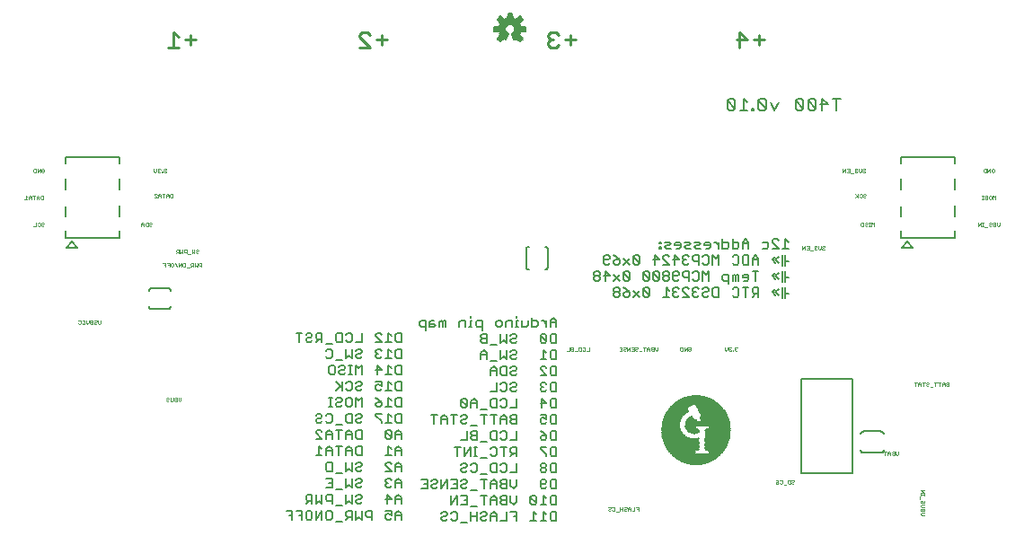
<source format=gbo>
G75*
%MOIN*%
%OFA0B0*%
%FSLAX24Y24*%
%IPPOS*%
%LPD*%
%AMOC8*
5,1,8,0,0,1.08239X$1,22.5*
%
%ADD10C,0.0080*%
%ADD11C,0.0060*%
%ADD12C,0.0110*%
%ADD13C,0.0020*%
%ADD14C,0.0050*%
%ADD15C,0.0059*%
%ADD16R,0.0160X0.0010*%
%ADD17R,0.0360X0.0010*%
%ADD18R,0.0480X0.0010*%
%ADD19R,0.0580X0.0010*%
%ADD20R,0.0660X0.0010*%
%ADD21R,0.0730X0.0010*%
%ADD22R,0.0800X0.0010*%
%ADD23R,0.0860X0.0010*%
%ADD24R,0.0910X0.0010*%
%ADD25R,0.0960X0.0010*%
%ADD26R,0.1010X0.0010*%
%ADD27R,0.1060X0.0010*%
%ADD28R,0.1100X0.0010*%
%ADD29R,0.1140X0.0010*%
%ADD30R,0.1180X0.0010*%
%ADD31R,0.1220X0.0010*%
%ADD32R,0.1260X0.0010*%
%ADD33R,0.1290X0.0010*%
%ADD34R,0.1320X0.0010*%
%ADD35R,0.1360X0.0010*%
%ADD36R,0.1380X0.0010*%
%ADD37R,0.1420X0.0010*%
%ADD38R,0.1440X0.0010*%
%ADD39R,0.1480X0.0010*%
%ADD40R,0.1500X0.0010*%
%ADD41R,0.1530X0.0010*%
%ADD42R,0.1560X0.0010*%
%ADD43R,0.1580X0.0010*%
%ADD44R,0.1610X0.0010*%
%ADD45R,0.1640X0.0010*%
%ADD46R,0.1660X0.0010*%
%ADD47R,0.1680X0.0010*%
%ADD48R,0.1700X0.0010*%
%ADD49R,0.1720X0.0010*%
%ADD50R,0.1750X0.0010*%
%ADD51R,0.1770X0.0010*%
%ADD52R,0.1790X0.0010*%
%ADD53R,0.1810X0.0010*%
%ADD54R,0.1830X0.0010*%
%ADD55R,0.1850X0.0010*%
%ADD56R,0.1870X0.0010*%
%ADD57R,0.1890X0.0010*%
%ADD58R,0.1900X0.0010*%
%ADD59R,0.0490X0.0010*%
%ADD60R,0.0930X0.0010*%
%ADD61R,0.0500X0.0010*%
%ADD62R,0.0940X0.0010*%
%ADD63R,0.0510X0.0010*%
%ADD64R,0.0950X0.0010*%
%ADD65R,0.0520X0.0010*%
%ADD66R,0.0530X0.0010*%
%ADD67R,0.0970X0.0010*%
%ADD68R,0.0980X0.0010*%
%ADD69R,0.0540X0.0010*%
%ADD70R,0.0550X0.0010*%
%ADD71R,0.0990X0.0010*%
%ADD72R,0.0560X0.0010*%
%ADD73R,0.1000X0.0010*%
%ADD74R,0.0570X0.0010*%
%ADD75R,0.1020X0.0010*%
%ADD76R,0.0690X0.0010*%
%ADD77R,0.1130X0.0010*%
%ADD78R,0.0720X0.0010*%
%ADD79R,0.1160X0.0010*%
%ADD80R,0.0740X0.0010*%
%ADD81R,0.0750X0.0010*%
%ADD82R,0.1190X0.0010*%
%ADD83R,0.0770X0.0010*%
%ADD84R,0.1200X0.0010*%
%ADD85R,0.0780X0.0010*%
%ADD86R,0.0790X0.0010*%
%ADD87R,0.1230X0.0010*%
%ADD88R,0.1240X0.0010*%
%ADD89R,0.1250X0.0010*%
%ADD90R,0.0810X0.0010*%
%ADD91R,0.0820X0.0010*%
%ADD92R,0.0830X0.0010*%
%ADD93R,0.1270X0.0010*%
%ADD94R,0.0840X0.0010*%
%ADD95R,0.1280X0.0010*%
%ADD96R,0.0850X0.0010*%
%ADD97R,0.1300X0.0010*%
%ADD98R,0.1310X0.0010*%
%ADD99R,0.0870X0.0010*%
%ADD100R,0.0880X0.0010*%
%ADD101R,0.0890X0.0010*%
%ADD102R,0.1330X0.0010*%
%ADD103R,0.1340X0.0010*%
%ADD104R,0.0900X0.0010*%
%ADD105R,0.1350X0.0010*%
%ADD106R,0.0920X0.0010*%
%ADD107R,0.1370X0.0010*%
%ADD108R,0.0110X0.0010*%
%ADD109R,0.1080X0.0010*%
%ADD110R,0.0060X0.0010*%
%ADD111R,0.1040X0.0010*%
%ADD112R,0.0030X0.0010*%
%ADD113R,0.0070X0.0010*%
%ADD114R,0.0180X0.0010*%
%ADD115R,0.0240X0.0010*%
%ADD116R,0.0280X0.0010*%
%ADD117R,0.0320X0.0010*%
%ADD118R,0.0390X0.0010*%
%ADD119R,0.0410X0.0010*%
%ADD120R,0.0760X0.0010*%
%ADD121R,0.0420X0.0010*%
%ADD122R,0.0430X0.0010*%
%ADD123R,0.0440X0.0010*%
%ADD124R,0.0450X0.0010*%
%ADD125R,0.0460X0.0010*%
%ADD126R,0.0470X0.0010*%
%ADD127R,0.0710X0.0010*%
%ADD128R,0.0700X0.0010*%
%ADD129R,0.0370X0.0010*%
%ADD130R,0.0380X0.0010*%
%ADD131R,0.0680X0.0010*%
%ADD132R,0.1690X0.0010*%
%ADD133R,0.0670X0.0010*%
%ADD134R,0.1670X0.0010*%
%ADD135R,0.1650X0.0010*%
%ADD136R,0.1170X0.0010*%
%ADD137R,0.1150X0.0010*%
%ADD138R,0.1120X0.0010*%
%ADD139R,0.1110X0.0010*%
%ADD140R,0.1090X0.0010*%
%ADD141R,0.1070X0.0010*%
%ADD142R,0.1050X0.0010*%
%ADD143R,0.0400X0.0010*%
%ADD144R,0.0050X0.0010*%
%ADD145R,0.0290X0.0010*%
%ADD146R,0.0270X0.0010*%
%ADD147R,0.0250X0.0010*%
%ADD148R,0.0230X0.0010*%
%ADD149R,0.0220X0.0010*%
%ADD150R,0.0200X0.0010*%
%ADD151R,0.0170X0.0010*%
%ADD152R,0.0150X0.0010*%
%ADD153R,0.0130X0.0010*%
%ADD154R,0.1030X0.0010*%
%ADD155R,0.0080X0.0010*%
%ADD156R,0.0020X0.0010*%
%ADD157R,0.1620X0.0010*%
%ADD158R,0.1600X0.0010*%
%ADD159R,0.1550X0.0010*%
%ADD160R,0.1520X0.0010*%
%ADD161R,0.1470X0.0010*%
%ADD162R,0.1410X0.0010*%
%ADD163R,0.0640X0.0010*%
%ADD164R,0.0310X0.0010*%
D10*
X021945Y025250D02*
X022574Y025250D01*
X022575Y025250D02*
X022591Y025255D01*
X022607Y025263D01*
X022621Y025273D01*
X022633Y025285D01*
X022643Y025300D01*
X022650Y025316D01*
X022654Y025333D01*
X022655Y025350D01*
X022653Y025368D01*
X022653Y025919D02*
X022655Y025937D01*
X022654Y025954D01*
X022650Y025971D01*
X022643Y025987D01*
X022633Y026002D01*
X022621Y026014D01*
X022607Y026024D01*
X022591Y026032D01*
X022575Y026037D01*
X022574Y026037D02*
X021945Y026037D01*
X021944Y026037D02*
X021928Y026032D01*
X021912Y026024D01*
X021898Y026014D01*
X021886Y026002D01*
X021876Y025987D01*
X021869Y025971D01*
X021865Y025954D01*
X021864Y025937D01*
X021866Y025919D01*
X021866Y025368D02*
X021864Y025350D01*
X021865Y025333D01*
X021869Y025316D01*
X021876Y025300D01*
X021886Y025285D01*
X021898Y025273D01*
X021912Y025263D01*
X021928Y025255D01*
X021944Y025250D01*
X035860Y026818D02*
X035860Y027468D01*
X035862Y027485D01*
X035866Y027502D01*
X035873Y027518D01*
X035883Y027532D01*
X035896Y027545D01*
X035910Y027555D01*
X035926Y027562D01*
X035943Y027566D01*
X035960Y027568D01*
X036560Y027568D02*
X036577Y027566D01*
X036594Y027562D01*
X036610Y027555D01*
X036624Y027545D01*
X036637Y027532D01*
X036647Y027518D01*
X036654Y027502D01*
X036658Y027485D01*
X036660Y027468D01*
X036660Y026818D01*
X036658Y026801D01*
X036654Y026784D01*
X036647Y026768D01*
X036637Y026754D01*
X036624Y026741D01*
X036610Y026731D01*
X036594Y026724D01*
X036577Y026720D01*
X036560Y026718D01*
X035960Y026718D02*
X035943Y026720D01*
X035926Y026724D01*
X035910Y026731D01*
X035896Y026741D01*
X035883Y026754D01*
X035873Y026768D01*
X035866Y026784D01*
X035862Y026801D01*
X035860Y026818D01*
X043326Y032703D02*
X043396Y032633D01*
X043536Y032633D01*
X043606Y032703D01*
X043326Y032984D01*
X043326Y032703D01*
X043606Y032703D02*
X043606Y032984D01*
X043536Y033054D01*
X043396Y033054D01*
X043326Y032984D01*
X043786Y032633D02*
X044067Y032633D01*
X043926Y032633D02*
X043926Y033054D01*
X044067Y032914D01*
X044227Y032703D02*
X044227Y032633D01*
X044297Y032633D01*
X044297Y032703D01*
X044227Y032703D01*
X044477Y032703D02*
X044477Y032984D01*
X044757Y032703D01*
X044687Y032633D01*
X044547Y032633D01*
X044477Y032703D01*
X044757Y032703D02*
X044757Y032984D01*
X044687Y033054D01*
X044547Y033054D01*
X044477Y032984D01*
X044937Y032914D02*
X045077Y032633D01*
X045218Y032914D01*
X045858Y032984D02*
X046138Y032703D01*
X046068Y032633D01*
X045928Y032633D01*
X045858Y032703D01*
X045858Y032984D01*
X045928Y033054D01*
X046068Y033054D01*
X046138Y032984D01*
X046138Y032703D01*
X046318Y032703D02*
X046318Y032984D01*
X046599Y032703D01*
X046529Y032633D01*
X046389Y032633D01*
X046318Y032703D01*
X046318Y032984D02*
X046389Y033054D01*
X046529Y033054D01*
X046599Y032984D01*
X046599Y032703D01*
X046779Y032843D02*
X047059Y032843D01*
X046849Y033054D01*
X046849Y032633D01*
X047379Y032633D02*
X047379Y033054D01*
X047239Y033054D02*
X047520Y033054D01*
X048372Y020709D02*
X049022Y020709D01*
X049039Y020707D01*
X049056Y020703D01*
X049072Y020696D01*
X049086Y020686D01*
X049099Y020673D01*
X049109Y020659D01*
X049116Y020643D01*
X049120Y020626D01*
X049122Y020609D01*
X048372Y020709D02*
X048355Y020707D01*
X048338Y020703D01*
X048322Y020696D01*
X048308Y020686D01*
X048295Y020673D01*
X048285Y020659D01*
X048278Y020643D01*
X048274Y020626D01*
X048272Y020609D01*
X048272Y020009D02*
X048274Y019992D01*
X048278Y019975D01*
X048285Y019959D01*
X048295Y019945D01*
X048308Y019932D01*
X048322Y019922D01*
X048338Y019915D01*
X048355Y019911D01*
X048372Y019909D01*
X049022Y019909D01*
X049039Y019911D01*
X049056Y019915D01*
X049072Y019922D01*
X049086Y019932D01*
X049099Y019945D01*
X049109Y019959D01*
X049116Y019975D01*
X049120Y019992D01*
X049122Y020009D01*
D11*
X027178Y017764D02*
X026951Y017764D01*
X027065Y017593D02*
X027178Y017593D01*
X027178Y017423D02*
X027178Y017764D01*
X027320Y017764D02*
X027546Y017764D01*
X027546Y017423D01*
X027688Y017480D02*
X027688Y017707D01*
X027745Y017764D01*
X027858Y017764D01*
X027915Y017707D01*
X027915Y017480D01*
X027858Y017423D01*
X027745Y017423D01*
X027688Y017480D01*
X027546Y017593D02*
X027433Y017593D01*
X027688Y018023D02*
X027801Y018137D01*
X027745Y018137D02*
X027915Y018137D01*
X027915Y018023D02*
X027915Y018364D01*
X027745Y018364D01*
X027688Y018307D01*
X027688Y018193D01*
X027745Y018137D01*
X028056Y018023D02*
X028056Y018364D01*
X028283Y018364D02*
X028283Y018023D01*
X028170Y018137D01*
X028056Y018023D01*
X028056Y017764D02*
X028056Y017423D01*
X028283Y017764D01*
X028283Y017423D01*
X028424Y017480D02*
X028424Y017707D01*
X028481Y017764D01*
X028595Y017764D01*
X028651Y017707D01*
X028651Y017480D01*
X028595Y017423D01*
X028481Y017423D01*
X028424Y017480D01*
X028793Y017367D02*
X029020Y017367D01*
X029161Y017423D02*
X029275Y017537D01*
X029218Y017537D02*
X029388Y017537D01*
X029388Y017423D02*
X029388Y017764D01*
X029218Y017764D01*
X029161Y017707D01*
X029161Y017593D01*
X029218Y017537D01*
X029529Y017423D02*
X029529Y017764D01*
X029756Y017764D02*
X029756Y017423D01*
X029643Y017537D01*
X029529Y017423D01*
X029898Y017593D02*
X029954Y017537D01*
X030125Y017537D01*
X030125Y017423D02*
X030125Y017764D01*
X029954Y017764D01*
X029898Y017707D01*
X029898Y017593D01*
X029700Y018023D02*
X029586Y018023D01*
X029529Y018080D01*
X029529Y018137D01*
X029586Y018193D01*
X029700Y018193D01*
X029756Y018250D01*
X029756Y018307D01*
X029700Y018364D01*
X029586Y018364D01*
X029529Y018307D01*
X029388Y018364D02*
X029388Y018023D01*
X029275Y018137D01*
X029161Y018023D01*
X029161Y018364D01*
X029020Y018567D02*
X028793Y018567D01*
X028651Y018623D02*
X028424Y018623D01*
X028538Y018793D02*
X028651Y018793D01*
X028651Y018623D02*
X028651Y018964D01*
X028424Y018964D01*
X028481Y019223D02*
X028424Y019280D01*
X028424Y019507D01*
X028481Y019564D01*
X028651Y019564D01*
X028651Y019223D01*
X028481Y019223D01*
X028793Y019167D02*
X029020Y019167D01*
X029161Y019223D02*
X029161Y019564D01*
X029388Y019564D02*
X029388Y019223D01*
X029275Y019337D01*
X029161Y019223D01*
X029161Y018964D02*
X029161Y018623D01*
X029275Y018737D01*
X029388Y018623D01*
X029388Y018964D01*
X029529Y018907D02*
X029586Y018964D01*
X029700Y018964D01*
X029756Y018907D01*
X029756Y018850D01*
X029700Y018793D01*
X029586Y018793D01*
X029529Y018737D01*
X029529Y018680D01*
X029586Y018623D01*
X029700Y018623D01*
X029756Y018680D01*
X029756Y018080D02*
X029700Y018023D01*
X029020Y017967D02*
X028793Y017967D01*
X028651Y018023D02*
X028651Y018364D01*
X028481Y018364D01*
X028424Y018307D01*
X028424Y018193D01*
X028481Y018137D01*
X028651Y018137D01*
X029586Y019223D02*
X029700Y019223D01*
X029756Y019280D01*
X029700Y019393D02*
X029586Y019393D01*
X029529Y019337D01*
X029529Y019280D01*
X029586Y019223D01*
X029700Y019393D02*
X029756Y019450D01*
X029756Y019507D01*
X029700Y019564D01*
X029586Y019564D01*
X029529Y019507D01*
X029586Y019823D02*
X029529Y019880D01*
X029529Y020107D01*
X029586Y020164D01*
X029756Y020164D01*
X029756Y019823D01*
X029586Y019823D01*
X029388Y019823D02*
X029388Y020050D01*
X029275Y020164D01*
X029161Y020050D01*
X029161Y019823D01*
X029161Y019993D02*
X029388Y019993D01*
X029020Y020164D02*
X028793Y020164D01*
X028906Y020164D02*
X028906Y019823D01*
X028651Y019823D02*
X028651Y020050D01*
X028538Y020164D01*
X028424Y020050D01*
X028424Y019823D01*
X028283Y019823D02*
X028056Y019823D01*
X028170Y019823D02*
X028170Y020164D01*
X028283Y020050D01*
X028424Y019993D02*
X028651Y019993D01*
X028651Y020423D02*
X028651Y020650D01*
X028538Y020764D01*
X028424Y020650D01*
X028424Y020423D01*
X028283Y020423D02*
X028056Y020650D01*
X028056Y020707D01*
X028113Y020764D01*
X028226Y020764D01*
X028283Y020707D01*
X028424Y020593D02*
X028651Y020593D01*
X028793Y020764D02*
X029020Y020764D01*
X028906Y020764D02*
X028906Y020423D01*
X029161Y020423D02*
X029161Y020650D01*
X029275Y020764D01*
X029388Y020650D01*
X029388Y020423D01*
X029529Y020480D02*
X029529Y020707D01*
X029586Y020764D01*
X029756Y020764D01*
X029756Y020423D01*
X029586Y020423D01*
X029529Y020480D01*
X029388Y020593D02*
X029161Y020593D01*
X029020Y020967D02*
X028793Y020967D01*
X028651Y021080D02*
X028595Y021023D01*
X028481Y021023D01*
X028424Y021080D01*
X028283Y021080D02*
X028226Y021023D01*
X028113Y021023D01*
X028056Y021080D01*
X028056Y021137D01*
X028113Y021193D01*
X028226Y021193D01*
X028283Y021250D01*
X028283Y021307D01*
X028226Y021364D01*
X028113Y021364D01*
X028056Y021307D01*
X028424Y021307D02*
X028481Y021364D01*
X028595Y021364D01*
X028651Y021307D01*
X028651Y021080D01*
X029161Y021080D02*
X029161Y021307D01*
X029218Y021364D01*
X029388Y021364D01*
X029388Y021023D01*
X029218Y021023D01*
X029161Y021080D01*
X029529Y021080D02*
X029586Y021023D01*
X029700Y021023D01*
X029756Y021080D01*
X029700Y021193D02*
X029586Y021193D01*
X029529Y021137D01*
X029529Y021080D01*
X029700Y021193D02*
X029756Y021250D01*
X029756Y021307D01*
X029700Y021364D01*
X029586Y021364D01*
X029529Y021307D01*
X029529Y021623D02*
X029529Y021964D01*
X029643Y021850D01*
X029756Y021964D01*
X029756Y021623D01*
X029388Y021680D02*
X029388Y021907D01*
X029331Y021964D01*
X029218Y021964D01*
X029161Y021907D01*
X029161Y021680D01*
X029218Y021623D01*
X029331Y021623D01*
X029388Y021680D01*
X029020Y021680D02*
X028963Y021623D01*
X028849Y021623D01*
X028793Y021680D01*
X028793Y021737D01*
X028849Y021793D01*
X028963Y021793D01*
X029020Y021850D01*
X029020Y021907D01*
X028963Y021964D01*
X028849Y021964D01*
X028793Y021907D01*
X028651Y021964D02*
X028538Y021964D01*
X028595Y021964D02*
X028595Y021623D01*
X028651Y021623D02*
X028538Y021623D01*
X028793Y022223D02*
X028963Y022393D01*
X029020Y022337D02*
X028793Y022564D01*
X029020Y022564D02*
X029020Y022223D01*
X029161Y022280D02*
X029218Y022223D01*
X029331Y022223D01*
X029388Y022280D01*
X029388Y022507D01*
X029331Y022564D01*
X029218Y022564D01*
X029161Y022507D01*
X029086Y022823D02*
X028972Y022823D01*
X028916Y022880D01*
X028916Y022937D01*
X028972Y022993D01*
X029086Y022993D01*
X029142Y023050D01*
X029142Y023107D01*
X029086Y023164D01*
X028972Y023164D01*
X028916Y023107D01*
X028774Y023107D02*
X028774Y022880D01*
X028717Y022823D01*
X028604Y022823D01*
X028547Y022880D01*
X028547Y023107D01*
X028604Y023164D01*
X028717Y023164D01*
X028774Y023107D01*
X028793Y023367D02*
X029020Y023367D01*
X029161Y023423D02*
X029161Y023764D01*
X029388Y023764D02*
X029388Y023423D01*
X029275Y023537D01*
X029161Y023423D01*
X029275Y023164D02*
X029388Y023164D01*
X029331Y023164D02*
X029331Y022823D01*
X029275Y022823D02*
X029388Y022823D01*
X029529Y022823D02*
X029529Y023164D01*
X029643Y023050D01*
X029756Y023164D01*
X029756Y022823D01*
X029700Y022564D02*
X029586Y022564D01*
X029529Y022507D01*
X029586Y022393D02*
X029529Y022337D01*
X029529Y022280D01*
X029586Y022223D01*
X029700Y022223D01*
X029756Y022280D01*
X029700Y022393D02*
X029586Y022393D01*
X029700Y022393D02*
X029756Y022450D01*
X029756Y022507D01*
X029700Y022564D01*
X030266Y022564D02*
X030493Y022564D01*
X030493Y022393D01*
X030379Y022450D01*
X030323Y022450D01*
X030266Y022393D01*
X030266Y022280D01*
X030323Y022223D01*
X030436Y022223D01*
X030493Y022280D01*
X030634Y022223D02*
X030861Y022223D01*
X030748Y022223D02*
X030748Y022564D01*
X030861Y022450D01*
X031003Y022507D02*
X031059Y022564D01*
X031230Y022564D01*
X031230Y022223D01*
X031059Y022223D01*
X031003Y022280D01*
X031003Y022507D01*
X031059Y022823D02*
X031003Y022880D01*
X031003Y023107D01*
X031059Y023164D01*
X031230Y023164D01*
X031230Y022823D01*
X031059Y022823D01*
X030861Y022823D02*
X030634Y022823D01*
X030748Y022823D02*
X030748Y023164D01*
X030861Y023050D01*
X030493Y022993D02*
X030323Y023164D01*
X030323Y022823D01*
X030266Y022993D02*
X030493Y022993D01*
X030436Y023423D02*
X030493Y023480D01*
X030436Y023423D02*
X030323Y023423D01*
X030266Y023480D01*
X030266Y023537D01*
X030323Y023593D01*
X030379Y023593D01*
X030323Y023593D02*
X030266Y023650D01*
X030266Y023707D01*
X030323Y023764D01*
X030436Y023764D01*
X030493Y023707D01*
X030748Y023764D02*
X030748Y023423D01*
X030861Y023423D02*
X030634Y023423D01*
X030861Y023650D02*
X030748Y023764D01*
X030748Y024023D02*
X030748Y024364D01*
X030861Y024250D01*
X031003Y024307D02*
X031059Y024364D01*
X031230Y024364D01*
X031230Y024023D01*
X031059Y024023D01*
X031003Y024080D01*
X031003Y024307D01*
X030861Y024023D02*
X030634Y024023D01*
X030493Y024023D02*
X030266Y024250D01*
X030266Y024307D01*
X030323Y024364D01*
X030436Y024364D01*
X030493Y024307D01*
X030493Y024023D02*
X030266Y024023D01*
X029756Y024023D02*
X029529Y024023D01*
X029388Y024080D02*
X029331Y024023D01*
X029218Y024023D01*
X029161Y024080D01*
X029020Y024023D02*
X028849Y024023D01*
X028793Y024080D01*
X028793Y024307D01*
X028849Y024364D01*
X029020Y024364D01*
X029020Y024023D01*
X029161Y024307D02*
X029218Y024364D01*
X029331Y024364D01*
X029388Y024307D01*
X029388Y024080D01*
X029756Y024023D02*
X029756Y024364D01*
X029700Y023764D02*
X029586Y023764D01*
X029529Y023707D01*
X029586Y023593D02*
X029529Y023537D01*
X029529Y023480D01*
X029586Y023423D01*
X029700Y023423D01*
X029756Y023480D01*
X029700Y023593D02*
X029586Y023593D01*
X029700Y023593D02*
X029756Y023650D01*
X029756Y023707D01*
X029700Y023764D01*
X029142Y022880D02*
X029086Y022823D01*
X028595Y023423D02*
X028481Y023423D01*
X028424Y023480D01*
X028595Y023423D02*
X028651Y023480D01*
X028651Y023707D01*
X028595Y023764D01*
X028481Y023764D01*
X028424Y023707D01*
X028424Y023967D02*
X028651Y023967D01*
X028283Y024023D02*
X028283Y024364D01*
X028113Y024364D01*
X028056Y024307D01*
X028056Y024193D01*
X028113Y024137D01*
X028283Y024137D01*
X028170Y024137D02*
X028056Y024023D01*
X027915Y024080D02*
X027858Y024023D01*
X027745Y024023D01*
X027688Y024080D01*
X027688Y024137D01*
X027745Y024193D01*
X027858Y024193D01*
X027915Y024250D01*
X027915Y024307D01*
X027858Y024364D01*
X027745Y024364D01*
X027688Y024307D01*
X027546Y024364D02*
X027320Y024364D01*
X027433Y024364D02*
X027433Y024023D01*
X030266Y021964D02*
X030379Y021907D01*
X030493Y021793D01*
X030323Y021793D01*
X030266Y021737D01*
X030266Y021680D01*
X030323Y021623D01*
X030436Y021623D01*
X030493Y021680D01*
X030493Y021793D01*
X030634Y021623D02*
X030861Y021623D01*
X030748Y021623D02*
X030748Y021964D01*
X030861Y021850D01*
X031003Y021907D02*
X031059Y021964D01*
X031230Y021964D01*
X031230Y021623D01*
X031059Y021623D01*
X031003Y021680D01*
X031003Y021907D01*
X031059Y021364D02*
X031230Y021364D01*
X031230Y021023D01*
X031059Y021023D01*
X031003Y021080D01*
X031003Y021307D01*
X031059Y021364D01*
X030861Y021250D02*
X030748Y021364D01*
X030748Y021023D01*
X030861Y021023D02*
X030634Y021023D01*
X030493Y021023D02*
X030493Y021080D01*
X030266Y021307D01*
X030266Y021364D01*
X030493Y021364D01*
X030691Y020764D02*
X030634Y020707D01*
X030861Y020480D01*
X030804Y020423D01*
X030691Y020423D01*
X030634Y020480D01*
X030634Y020707D01*
X030691Y020764D02*
X030804Y020764D01*
X030861Y020707D01*
X030861Y020480D01*
X031003Y020423D02*
X031003Y020650D01*
X031116Y020764D01*
X031230Y020650D01*
X031230Y020423D01*
X031230Y020593D02*
X031003Y020593D01*
X031116Y020164D02*
X031003Y020050D01*
X031003Y019823D01*
X030861Y019823D02*
X030634Y019823D01*
X030748Y019823D02*
X030748Y020164D01*
X030861Y020050D01*
X031003Y019993D02*
X031230Y019993D01*
X031230Y020050D02*
X031116Y020164D01*
X031230Y020050D02*
X031230Y019823D01*
X031116Y019564D02*
X031003Y019450D01*
X031003Y019223D01*
X030861Y019223D02*
X030634Y019450D01*
X030634Y019507D01*
X030691Y019564D01*
X030804Y019564D01*
X030861Y019507D01*
X031003Y019393D02*
X031230Y019393D01*
X031230Y019450D02*
X031116Y019564D01*
X031230Y019450D02*
X031230Y019223D01*
X031116Y018964D02*
X031003Y018850D01*
X031003Y018623D01*
X030861Y018680D02*
X030804Y018623D01*
X030691Y018623D01*
X030634Y018680D01*
X030634Y018737D01*
X030691Y018793D01*
X030748Y018793D01*
X030691Y018793D02*
X030634Y018850D01*
X030634Y018907D01*
X030691Y018964D01*
X030804Y018964D01*
X030861Y018907D01*
X031003Y018793D02*
X031230Y018793D01*
X031230Y018850D02*
X031116Y018964D01*
X031230Y018850D02*
X031230Y018623D01*
X031116Y018364D02*
X031003Y018250D01*
X031003Y018023D01*
X031003Y018193D02*
X031230Y018193D01*
X031230Y018250D02*
X031116Y018364D01*
X031230Y018250D02*
X031230Y018023D01*
X031116Y017764D02*
X031003Y017650D01*
X031003Y017423D01*
X030861Y017480D02*
X030804Y017423D01*
X030691Y017423D01*
X030634Y017480D01*
X030634Y017593D01*
X030691Y017650D01*
X030748Y017650D01*
X030861Y017593D01*
X030861Y017764D01*
X030634Y017764D01*
X030691Y018023D02*
X030691Y018364D01*
X030861Y018193D01*
X030634Y018193D01*
X031116Y017764D02*
X031230Y017650D01*
X031230Y017423D01*
X031230Y017593D02*
X031003Y017593D01*
X031965Y018586D02*
X032191Y018586D01*
X032191Y018926D01*
X031965Y018926D01*
X032078Y018756D02*
X032191Y018756D01*
X032333Y018699D02*
X032333Y018643D01*
X032390Y018586D01*
X032503Y018586D01*
X032560Y018643D01*
X032503Y018756D02*
X032390Y018756D01*
X032333Y018699D01*
X032333Y018869D02*
X032390Y018926D01*
X032503Y018926D01*
X032560Y018869D01*
X032560Y018813D01*
X032503Y018756D01*
X032701Y018586D02*
X032701Y018926D01*
X032928Y018926D02*
X032701Y018586D01*
X032928Y018586D02*
X032928Y018926D01*
X033070Y018926D02*
X033296Y018926D01*
X033296Y018586D01*
X033070Y018586D01*
X033183Y018756D02*
X033296Y018756D01*
X033438Y018699D02*
X033438Y018643D01*
X033495Y018586D01*
X033608Y018586D01*
X033665Y018643D01*
X033608Y018756D02*
X033495Y018756D01*
X033438Y018699D01*
X033438Y018869D02*
X033495Y018926D01*
X033608Y018926D01*
X033665Y018869D01*
X033665Y018813D01*
X033608Y018756D01*
X033806Y018529D02*
X034033Y018529D01*
X034174Y018326D02*
X034401Y018326D01*
X034288Y018326D02*
X034288Y017986D01*
X034543Y017986D02*
X034543Y018213D01*
X034656Y018326D01*
X034770Y018213D01*
X034770Y017986D01*
X034911Y018043D02*
X034968Y017986D01*
X035138Y017986D01*
X035138Y018326D01*
X034968Y018326D01*
X034911Y018269D01*
X034911Y018213D01*
X034968Y018156D01*
X035138Y018156D01*
X035279Y018099D02*
X035279Y018326D01*
X035279Y018099D02*
X035393Y017986D01*
X035506Y018099D01*
X035506Y018326D01*
X035393Y018586D02*
X035279Y018699D01*
X035279Y018926D01*
X035138Y018926D02*
X035138Y018586D01*
X034968Y018586D01*
X034911Y018643D01*
X034911Y018699D01*
X034968Y018756D01*
X035138Y018756D01*
X035138Y018926D02*
X034968Y018926D01*
X034911Y018869D01*
X034911Y018813D01*
X034968Y018756D01*
X034770Y018756D02*
X034543Y018756D01*
X034543Y018813D02*
X034543Y018586D01*
X034770Y018586D02*
X034770Y018813D01*
X034656Y018926D01*
X034543Y018813D01*
X034401Y018926D02*
X034174Y018926D01*
X034288Y018926D02*
X034288Y018586D01*
X034543Y018156D02*
X034770Y018156D01*
X034911Y018099D02*
X034911Y018043D01*
X034911Y018099D02*
X034968Y018156D01*
X035138Y017726D02*
X035138Y017386D01*
X034911Y017386D01*
X034770Y017386D02*
X034770Y017613D01*
X034656Y017726D01*
X034543Y017613D01*
X034543Y017386D01*
X034401Y017443D02*
X034345Y017386D01*
X034231Y017386D01*
X034174Y017443D01*
X034174Y017499D01*
X034231Y017556D01*
X034345Y017556D01*
X034401Y017613D01*
X034401Y017669D01*
X034345Y017726D01*
X034231Y017726D01*
X034174Y017669D01*
X034033Y017726D02*
X034033Y017386D01*
X034033Y017556D02*
X033806Y017556D01*
X033806Y017726D02*
X033806Y017386D01*
X033665Y017329D02*
X033438Y017329D01*
X033296Y017443D02*
X033240Y017386D01*
X033126Y017386D01*
X033070Y017443D01*
X032928Y017443D02*
X032871Y017386D01*
X032758Y017386D01*
X032701Y017443D01*
X032701Y017499D01*
X032758Y017556D01*
X032871Y017556D01*
X032928Y017613D01*
X032928Y017669D01*
X032871Y017726D01*
X032758Y017726D01*
X032701Y017669D01*
X033070Y017669D02*
X033126Y017726D01*
X033240Y017726D01*
X033296Y017669D01*
X033296Y017443D01*
X033296Y017986D02*
X033296Y018326D01*
X033070Y017986D01*
X033070Y018326D01*
X033438Y018326D02*
X033665Y018326D01*
X033665Y017986D01*
X033438Y017986D01*
X033551Y018156D02*
X033665Y018156D01*
X033806Y017929D02*
X034033Y017929D01*
X034543Y017556D02*
X034770Y017556D01*
X035279Y017726D02*
X035506Y017726D01*
X035506Y017386D01*
X035506Y017556D02*
X035393Y017556D01*
X036016Y017386D02*
X036243Y017386D01*
X036129Y017386D02*
X036129Y017726D01*
X036243Y017613D01*
X036384Y017386D02*
X036611Y017386D01*
X036498Y017386D02*
X036498Y017726D01*
X036611Y017613D01*
X036753Y017669D02*
X036809Y017726D01*
X036980Y017726D01*
X036980Y017386D01*
X036809Y017386D01*
X036753Y017443D01*
X036753Y017669D01*
X036809Y017986D02*
X036753Y018043D01*
X036753Y018269D01*
X036809Y018326D01*
X036980Y018326D01*
X036980Y017986D01*
X036809Y017986D01*
X036611Y017986D02*
X036384Y017986D01*
X036498Y017986D02*
X036498Y018326D01*
X036611Y018213D01*
X036243Y018269D02*
X036186Y018326D01*
X036073Y018326D01*
X036016Y018269D01*
X036243Y018043D01*
X036186Y017986D01*
X036073Y017986D01*
X036016Y018043D01*
X036016Y018269D01*
X036243Y018269D02*
X036243Y018043D01*
X036441Y018586D02*
X036384Y018643D01*
X036384Y018869D01*
X036441Y018926D01*
X036554Y018926D01*
X036611Y018869D01*
X036611Y018813D01*
X036554Y018756D01*
X036384Y018756D01*
X036441Y018586D02*
X036554Y018586D01*
X036611Y018643D01*
X036753Y018643D02*
X036753Y018869D01*
X036809Y018926D01*
X036980Y018926D01*
X036980Y018586D01*
X036809Y018586D01*
X036753Y018643D01*
X036809Y019186D02*
X036753Y019243D01*
X036753Y019469D01*
X036809Y019526D01*
X036980Y019526D01*
X036980Y019186D01*
X036809Y019186D01*
X036611Y019243D02*
X036554Y019186D01*
X036441Y019186D01*
X036384Y019243D01*
X036384Y019299D01*
X036441Y019356D01*
X036554Y019356D01*
X036611Y019413D01*
X036611Y019469D01*
X036554Y019526D01*
X036441Y019526D01*
X036384Y019469D01*
X036384Y019413D01*
X036441Y019356D01*
X036554Y019356D02*
X036611Y019299D01*
X036611Y019243D01*
X036611Y019786D02*
X036611Y019843D01*
X036384Y020069D01*
X036384Y020126D01*
X036611Y020126D01*
X036753Y020069D02*
X036809Y020126D01*
X036980Y020126D01*
X036980Y019786D01*
X036809Y019786D01*
X036753Y019843D01*
X036753Y020069D01*
X036809Y020386D02*
X036753Y020443D01*
X036753Y020669D01*
X036809Y020726D01*
X036980Y020726D01*
X036980Y020386D01*
X036809Y020386D01*
X036611Y020443D02*
X036554Y020386D01*
X036441Y020386D01*
X036384Y020443D01*
X036384Y020499D01*
X036441Y020556D01*
X036611Y020556D01*
X036611Y020443D01*
X036611Y020556D02*
X036498Y020669D01*
X036384Y020726D01*
X036441Y020986D02*
X036554Y020986D01*
X036611Y021043D01*
X036611Y021156D02*
X036498Y021213D01*
X036441Y021213D01*
X036384Y021156D01*
X036384Y021043D01*
X036441Y020986D01*
X036611Y021156D02*
X036611Y021326D01*
X036384Y021326D01*
X036441Y021586D02*
X036441Y021926D01*
X036611Y021756D01*
X036384Y021756D01*
X036753Y021643D02*
X036753Y021869D01*
X036809Y021926D01*
X036980Y021926D01*
X036980Y021586D01*
X036809Y021586D01*
X036753Y021643D01*
X036809Y021326D02*
X036980Y021326D01*
X036980Y020986D01*
X036809Y020986D01*
X036753Y021043D01*
X036753Y021269D01*
X036809Y021326D01*
X036809Y022186D02*
X036753Y022243D01*
X036753Y022469D01*
X036809Y022526D01*
X036980Y022526D01*
X036980Y022186D01*
X036809Y022186D01*
X036611Y022243D02*
X036554Y022186D01*
X036441Y022186D01*
X036384Y022243D01*
X036384Y022299D01*
X036441Y022356D01*
X036498Y022356D01*
X036441Y022356D02*
X036384Y022413D01*
X036384Y022469D01*
X036441Y022526D01*
X036554Y022526D01*
X036611Y022469D01*
X036611Y022786D02*
X036384Y023013D01*
X036384Y023069D01*
X036441Y023126D01*
X036554Y023126D01*
X036611Y023069D01*
X036753Y023069D02*
X036809Y023126D01*
X036980Y023126D01*
X036980Y022786D01*
X036809Y022786D01*
X036753Y022843D01*
X036753Y023069D01*
X036611Y022786D02*
X036384Y022786D01*
X036384Y023386D02*
X036611Y023386D01*
X036498Y023386D02*
X036498Y023726D01*
X036611Y023613D01*
X036753Y023669D02*
X036809Y023726D01*
X036980Y023726D01*
X036980Y023386D01*
X036809Y023386D01*
X036753Y023443D01*
X036753Y023669D01*
X036809Y023986D02*
X036753Y024043D01*
X036753Y024269D01*
X036809Y024326D01*
X036980Y024326D01*
X036980Y023986D01*
X036809Y023986D01*
X036611Y024043D02*
X036554Y023986D01*
X036441Y023986D01*
X036384Y024043D01*
X036384Y024269D01*
X036611Y024043D01*
X036611Y024269D01*
X036554Y024326D01*
X036441Y024326D01*
X036384Y024269D01*
X036248Y024586D02*
X036304Y024643D01*
X036304Y024756D01*
X036248Y024813D01*
X036077Y024813D01*
X036077Y024926D02*
X036077Y024586D01*
X036248Y024586D01*
X036441Y024813D02*
X036498Y024813D01*
X036611Y024699D01*
X036611Y024586D02*
X036611Y024813D01*
X036753Y024813D02*
X036753Y024586D01*
X036753Y024756D02*
X036980Y024756D01*
X036980Y024813D02*
X036866Y024926D01*
X036753Y024813D01*
X036980Y024813D02*
X036980Y024586D01*
X035936Y024643D02*
X035879Y024586D01*
X035709Y024586D01*
X035709Y024813D01*
X035568Y024813D02*
X035511Y024813D01*
X035511Y024586D01*
X035568Y024586D02*
X035454Y024586D01*
X035322Y024586D02*
X035322Y024813D01*
X035152Y024813D01*
X035095Y024756D01*
X035095Y024586D01*
X034954Y024643D02*
X034897Y024586D01*
X034784Y024586D01*
X034727Y024643D01*
X034727Y024756D01*
X034784Y024813D01*
X034897Y024813D01*
X034954Y024756D01*
X034954Y024643D01*
X034911Y024326D02*
X034911Y023986D01*
X035025Y024099D01*
X035138Y023986D01*
X035138Y024326D01*
X035279Y024269D02*
X035336Y024326D01*
X035450Y024326D01*
X035506Y024269D01*
X035506Y024213D01*
X035450Y024156D01*
X035336Y024156D01*
X035279Y024099D01*
X035279Y024043D01*
X035336Y023986D01*
X035450Y023986D01*
X035506Y024043D01*
X035450Y023726D02*
X035506Y023669D01*
X035506Y023613D01*
X035450Y023556D01*
X035336Y023556D01*
X035279Y023499D01*
X035279Y023443D01*
X035336Y023386D01*
X035450Y023386D01*
X035506Y023443D01*
X035450Y023726D02*
X035336Y023726D01*
X035279Y023669D01*
X035138Y023726D02*
X035138Y023386D01*
X035025Y023499D01*
X034911Y023386D01*
X034911Y023726D01*
X034770Y023929D02*
X034543Y023929D01*
X034401Y023986D02*
X034401Y024326D01*
X034231Y024326D01*
X034174Y024269D01*
X034174Y024213D01*
X034231Y024156D01*
X034401Y024156D01*
X034231Y024156D02*
X034174Y024099D01*
X034174Y024043D01*
X034231Y023986D01*
X034401Y023986D01*
X034288Y023726D02*
X034174Y023613D01*
X034174Y023386D01*
X034174Y023556D02*
X034401Y023556D01*
X034401Y023613D02*
X034401Y023386D01*
X034543Y023329D02*
X034770Y023329D01*
X034656Y023126D02*
X034543Y023013D01*
X034543Y022786D01*
X034543Y022956D02*
X034770Y022956D01*
X034770Y023013D02*
X034656Y023126D01*
X034770Y023013D02*
X034770Y022786D01*
X034911Y022843D02*
X034911Y023069D01*
X034968Y023126D01*
X035138Y023126D01*
X035138Y022786D01*
X034968Y022786D01*
X034911Y022843D01*
X034968Y022526D02*
X035081Y022526D01*
X035138Y022469D01*
X035138Y022243D01*
X035081Y022186D01*
X034968Y022186D01*
X034911Y022243D01*
X034770Y022186D02*
X034543Y022186D01*
X034770Y022186D02*
X034770Y022526D01*
X034911Y022469D02*
X034968Y022526D01*
X035279Y022469D02*
X035336Y022526D01*
X035450Y022526D01*
X035506Y022469D01*
X035506Y022413D01*
X035450Y022356D01*
X035336Y022356D01*
X035279Y022299D01*
X035279Y022243D01*
X035336Y022186D01*
X035450Y022186D01*
X035506Y022243D01*
X035506Y021926D02*
X035506Y021586D01*
X035279Y021586D01*
X035138Y021643D02*
X035138Y021869D01*
X035081Y021926D01*
X034968Y021926D01*
X034911Y021869D01*
X034770Y021926D02*
X034599Y021926D01*
X034543Y021869D01*
X034543Y021643D01*
X034599Y021586D01*
X034770Y021586D01*
X034770Y021926D01*
X034911Y021643D02*
X034968Y021586D01*
X035081Y021586D01*
X035138Y021643D01*
X035025Y021326D02*
X034911Y021213D01*
X034911Y020986D01*
X034911Y021156D02*
X035138Y021156D01*
X035138Y021213D02*
X035025Y021326D01*
X035138Y021213D02*
X035138Y020986D01*
X035279Y021043D02*
X035336Y020986D01*
X035506Y020986D01*
X035506Y021326D01*
X035336Y021326D01*
X035279Y021269D01*
X035279Y021213D01*
X035336Y021156D01*
X035506Y021156D01*
X035336Y021156D02*
X035279Y021099D01*
X035279Y021043D01*
X035081Y020726D02*
X035138Y020669D01*
X035138Y020443D01*
X035081Y020386D01*
X034968Y020386D01*
X034911Y020443D01*
X034770Y020386D02*
X034599Y020386D01*
X034543Y020443D01*
X034543Y020669D01*
X034599Y020726D01*
X034770Y020726D01*
X034770Y020386D01*
X034713Y020126D02*
X034770Y020069D01*
X034770Y019843D01*
X034713Y019786D01*
X034599Y019786D01*
X034543Y019843D01*
X034401Y019729D02*
X034174Y019729D01*
X034033Y019786D02*
X033920Y019786D01*
X033976Y019786D02*
X033976Y020126D01*
X033920Y020126D02*
X034033Y020126D01*
X033787Y020126D02*
X033561Y019786D01*
X033561Y020126D01*
X033419Y020126D02*
X033192Y020126D01*
X033306Y020126D02*
X033306Y019786D01*
X033495Y019526D02*
X033608Y019526D01*
X033665Y019469D01*
X033665Y019413D01*
X033608Y019356D01*
X033495Y019356D01*
X033438Y019299D01*
X033438Y019243D01*
X033495Y019186D01*
X033608Y019186D01*
X033665Y019243D01*
X033806Y019243D02*
X033863Y019186D01*
X033976Y019186D01*
X034033Y019243D01*
X034033Y019469D01*
X033976Y019526D01*
X033863Y019526D01*
X033806Y019469D01*
X033495Y019526D02*
X033438Y019469D01*
X033787Y019786D02*
X033787Y020126D01*
X033863Y020386D02*
X034033Y020386D01*
X034033Y020726D01*
X033863Y020726D01*
X033806Y020669D01*
X033806Y020613D01*
X033863Y020556D01*
X034033Y020556D01*
X033863Y020556D02*
X033806Y020499D01*
X033806Y020443D01*
X033863Y020386D01*
X033665Y020386D02*
X033438Y020386D01*
X033665Y020386D02*
X033665Y020726D01*
X033806Y020929D02*
X034033Y020929D01*
X034288Y020986D02*
X034288Y021326D01*
X034401Y021326D02*
X034174Y021326D01*
X034174Y021529D02*
X034401Y021529D01*
X034543Y021326D02*
X034770Y021326D01*
X034656Y021326D02*
X034656Y020986D01*
X034968Y020726D02*
X035081Y020726D01*
X034968Y020726D02*
X034911Y020669D01*
X035279Y020386D02*
X035506Y020386D01*
X035506Y020726D01*
X035506Y020126D02*
X035336Y020126D01*
X035279Y020069D01*
X035279Y019956D01*
X035336Y019899D01*
X035506Y019899D01*
X035393Y019899D02*
X035279Y019786D01*
X035506Y019786D02*
X035506Y020126D01*
X035138Y020126D02*
X034911Y020126D01*
X035025Y020126D02*
X035025Y019786D01*
X035081Y019526D02*
X035138Y019469D01*
X035138Y019243D01*
X035081Y019186D01*
X034968Y019186D01*
X034911Y019243D01*
X034770Y019186D02*
X034770Y019526D01*
X034599Y019526D01*
X034543Y019469D01*
X034543Y019243D01*
X034599Y019186D01*
X034770Y019186D01*
X034911Y019469D02*
X034968Y019526D01*
X035081Y019526D01*
X035279Y019186D02*
X035506Y019186D01*
X035506Y019526D01*
X035506Y018926D02*
X035506Y018699D01*
X035393Y018586D01*
X034401Y019129D02*
X034174Y019129D01*
X034543Y020069D02*
X034599Y020126D01*
X034713Y020126D01*
X034401Y020329D02*
X034174Y020329D01*
X033608Y020986D02*
X033665Y021043D01*
X033608Y020986D02*
X033495Y020986D01*
X033438Y021043D01*
X033438Y021099D01*
X033495Y021156D01*
X033608Y021156D01*
X033665Y021213D01*
X033665Y021269D01*
X033608Y021326D01*
X033495Y021326D01*
X033438Y021269D01*
X033296Y021326D02*
X033070Y021326D01*
X033183Y021326D02*
X033183Y020986D01*
X032928Y020986D02*
X032928Y021213D01*
X032815Y021326D01*
X032701Y021213D01*
X032701Y020986D01*
X032701Y021156D02*
X032928Y021156D01*
X032560Y021326D02*
X032333Y021326D01*
X032446Y021326D02*
X032446Y020986D01*
X033438Y021643D02*
X033438Y021869D01*
X033665Y021643D01*
X033608Y021586D01*
X033495Y021586D01*
X033438Y021643D01*
X033438Y021869D02*
X033495Y021926D01*
X033608Y021926D01*
X033665Y021869D01*
X033665Y021643D01*
X033806Y021586D02*
X033806Y021813D01*
X033920Y021926D01*
X034033Y021813D01*
X034033Y021586D01*
X034033Y021756D02*
X033806Y021756D01*
X035279Y022843D02*
X035336Y022786D01*
X035450Y022786D01*
X035506Y022843D01*
X035450Y022956D02*
X035336Y022956D01*
X035279Y022899D01*
X035279Y022843D01*
X035450Y022956D02*
X035506Y023013D01*
X035506Y023069D01*
X035450Y023126D01*
X035336Y023126D01*
X035279Y023069D01*
X034401Y023613D02*
X034288Y023726D01*
X034217Y024472D02*
X034217Y024813D01*
X034047Y024813D01*
X033990Y024756D01*
X033990Y024643D01*
X034047Y024586D01*
X034217Y024586D01*
X033849Y024586D02*
X033735Y024586D01*
X033792Y024586D02*
X033792Y024813D01*
X033849Y024813D01*
X033792Y024926D02*
X033792Y024983D01*
X033603Y024813D02*
X033433Y024813D01*
X033376Y024756D01*
X033376Y024586D01*
X033603Y024586D02*
X033603Y024813D01*
X032867Y024813D02*
X032810Y024813D01*
X032753Y024756D01*
X032697Y024813D01*
X032640Y024756D01*
X032640Y024586D01*
X032753Y024586D02*
X032753Y024756D01*
X032867Y024813D02*
X032867Y024586D01*
X032498Y024643D02*
X032442Y024699D01*
X032271Y024699D01*
X032271Y024756D02*
X032271Y024586D01*
X032442Y024586D01*
X032498Y024643D01*
X032442Y024813D02*
X032328Y024813D01*
X032271Y024756D01*
X032130Y024813D02*
X031960Y024813D01*
X031903Y024756D01*
X031903Y024643D01*
X031960Y024586D01*
X032130Y024586D01*
X032130Y024472D02*
X032130Y024813D01*
X031230Y023764D02*
X031059Y023764D01*
X031003Y023707D01*
X031003Y023480D01*
X031059Y023423D01*
X031230Y023423D01*
X031230Y023764D01*
X035511Y024926D02*
X035511Y024983D01*
X035936Y024813D02*
X035936Y024643D01*
X038361Y026362D02*
X038418Y026306D01*
X038531Y026306D01*
X038588Y026362D01*
X038588Y026419D01*
X038531Y026476D01*
X038418Y026476D01*
X038361Y026419D01*
X038361Y026362D01*
X038418Y026476D02*
X038361Y026532D01*
X038361Y026589D01*
X038418Y026646D01*
X038531Y026646D01*
X038588Y026589D01*
X038588Y026532D01*
X038531Y026476D01*
X038729Y026476D02*
X038956Y026476D01*
X038786Y026646D01*
X038786Y026306D01*
X039098Y026306D02*
X039324Y026532D01*
X039466Y026589D02*
X039523Y026646D01*
X039636Y026646D01*
X039693Y026589D01*
X039693Y026362D01*
X039466Y026589D01*
X039466Y026362D01*
X039523Y026306D01*
X039636Y026306D01*
X039693Y026362D01*
X039324Y026306D02*
X039098Y026532D01*
X039154Y026906D02*
X039098Y026962D01*
X039098Y027019D01*
X039154Y027076D01*
X039324Y027076D01*
X039324Y026962D01*
X039268Y026906D01*
X039154Y026906D01*
X038956Y026962D02*
X038899Y026906D01*
X038786Y026906D01*
X038729Y026962D01*
X038729Y027189D01*
X038786Y027246D01*
X038899Y027246D01*
X038956Y027189D01*
X038956Y027132D01*
X038899Y027076D01*
X038729Y027076D01*
X039098Y027246D02*
X039211Y027189D01*
X039324Y027076D01*
X039466Y027132D02*
X039693Y026906D01*
X039834Y026962D02*
X039891Y026906D01*
X040004Y026906D01*
X040061Y026962D01*
X039834Y027189D01*
X039834Y026962D01*
X039693Y027132D02*
X039466Y026906D01*
X039834Y027189D02*
X039891Y027246D01*
X040004Y027246D01*
X040061Y027189D01*
X040061Y026962D01*
X040259Y026646D02*
X040203Y026589D01*
X040429Y026362D01*
X040373Y026306D01*
X040259Y026306D01*
X040203Y026362D01*
X040203Y026589D01*
X040259Y026646D02*
X040373Y026646D01*
X040429Y026589D01*
X040429Y026362D01*
X040571Y026362D02*
X040628Y026306D01*
X040741Y026306D01*
X040798Y026362D01*
X040571Y026589D01*
X040571Y026362D01*
X040798Y026362D02*
X040798Y026589D01*
X040741Y026646D01*
X040628Y026646D01*
X040571Y026589D01*
X040628Y026906D02*
X040628Y027246D01*
X040798Y027076D01*
X040571Y027076D01*
X040939Y027132D02*
X041166Y026906D01*
X040939Y026906D01*
X040939Y027132D02*
X040939Y027189D01*
X040996Y027246D01*
X041109Y027246D01*
X041166Y027189D01*
X041307Y027076D02*
X041534Y027076D01*
X041364Y027246D01*
X041364Y026906D01*
X041364Y026646D02*
X041478Y026646D01*
X041534Y026589D01*
X041534Y026532D01*
X041478Y026476D01*
X041307Y026476D01*
X041307Y026589D02*
X041364Y026646D01*
X041307Y026589D02*
X041307Y026362D01*
X041364Y026306D01*
X041478Y026306D01*
X041534Y026362D01*
X041676Y026476D02*
X041733Y026419D01*
X041903Y026419D01*
X041903Y026306D02*
X041903Y026646D01*
X041733Y026646D01*
X041676Y026589D01*
X041676Y026476D01*
X042044Y026589D02*
X042101Y026646D01*
X042214Y026646D01*
X042271Y026589D01*
X042271Y026362D01*
X042214Y026306D01*
X042101Y026306D01*
X042044Y026362D01*
X042101Y026046D02*
X042044Y025989D01*
X042044Y025932D01*
X042101Y025876D01*
X042044Y025819D01*
X042044Y025762D01*
X042101Y025706D01*
X042214Y025706D01*
X042271Y025762D01*
X042412Y025762D02*
X042469Y025706D01*
X042583Y025706D01*
X042639Y025762D01*
X042583Y025876D02*
X042469Y025876D01*
X042412Y025819D01*
X042412Y025762D01*
X042583Y025876D02*
X042639Y025932D01*
X042639Y025989D01*
X042583Y026046D01*
X042469Y026046D01*
X042412Y025989D01*
X042271Y025989D02*
X042214Y026046D01*
X042101Y026046D01*
X042101Y025876D02*
X042158Y025876D01*
X041903Y025989D02*
X041846Y026046D01*
X041733Y026046D01*
X041676Y025989D01*
X041676Y025932D01*
X041903Y025706D01*
X041676Y025706D01*
X041534Y025762D02*
X041478Y025706D01*
X041364Y025706D01*
X041307Y025762D01*
X041307Y025819D01*
X041364Y025876D01*
X041421Y025876D01*
X041364Y025876D02*
X041307Y025932D01*
X041307Y025989D01*
X041364Y026046D01*
X041478Y026046D01*
X041534Y025989D01*
X041166Y025932D02*
X041053Y026046D01*
X041053Y025706D01*
X041166Y025706D02*
X040939Y025706D01*
X040429Y025762D02*
X040203Y025989D01*
X040203Y025762D01*
X040259Y025706D01*
X040373Y025706D01*
X040429Y025762D01*
X040429Y025989D01*
X040373Y026046D01*
X040259Y026046D01*
X040203Y025989D01*
X040061Y025932D02*
X039834Y025706D01*
X039693Y025762D02*
X039636Y025706D01*
X039523Y025706D01*
X039466Y025762D01*
X039466Y025819D01*
X039523Y025876D01*
X039693Y025876D01*
X039693Y025762D01*
X039693Y025876D02*
X039579Y025989D01*
X039466Y026046D01*
X039324Y025989D02*
X039324Y025932D01*
X039268Y025876D01*
X039154Y025876D01*
X039098Y025819D01*
X039098Y025762D01*
X039154Y025706D01*
X039268Y025706D01*
X039324Y025762D01*
X039324Y025819D01*
X039268Y025876D01*
X039154Y025876D02*
X039098Y025932D01*
X039098Y025989D01*
X039154Y026046D01*
X039268Y026046D01*
X039324Y025989D01*
X039834Y025932D02*
X040061Y025706D01*
X040939Y026362D02*
X040996Y026306D01*
X041109Y026306D01*
X041166Y026362D01*
X041166Y026419D01*
X041109Y026476D01*
X040996Y026476D01*
X040939Y026419D01*
X040939Y026362D01*
X040996Y026476D02*
X040939Y026532D01*
X040939Y026589D01*
X040996Y026646D01*
X041109Y026646D01*
X041166Y026589D01*
X041166Y026532D01*
X041109Y026476D01*
X041676Y026962D02*
X041733Y026906D01*
X041846Y026906D01*
X041903Y026962D01*
X041789Y027076D02*
X041733Y027076D01*
X041676Y027019D01*
X041676Y026962D01*
X041733Y027076D02*
X041676Y027132D01*
X041676Y027189D01*
X041733Y027246D01*
X041846Y027246D01*
X041903Y027189D01*
X042044Y027189D02*
X042044Y027076D01*
X042101Y027019D01*
X042271Y027019D01*
X042271Y026906D02*
X042271Y027246D01*
X042101Y027246D01*
X042044Y027189D01*
X041964Y027506D02*
X041794Y027506D01*
X041737Y027562D01*
X041794Y027619D01*
X041907Y027619D01*
X041964Y027676D01*
X041907Y027732D01*
X041737Y027732D01*
X041596Y027676D02*
X041539Y027732D01*
X041426Y027732D01*
X041369Y027676D01*
X041369Y027619D01*
X041596Y027619D01*
X041596Y027562D02*
X041596Y027676D01*
X041596Y027562D02*
X041539Y027506D01*
X041426Y027506D01*
X041227Y027506D02*
X041057Y027506D01*
X041001Y027562D01*
X041057Y027619D01*
X041171Y027619D01*
X041227Y027676D01*
X041171Y027732D01*
X041001Y027732D01*
X040859Y027732D02*
X040859Y027676D01*
X040802Y027676D01*
X040802Y027732D01*
X040859Y027732D01*
X040859Y027562D02*
X040859Y027506D01*
X040802Y027506D01*
X040802Y027562D01*
X040859Y027562D01*
X042106Y027562D02*
X042162Y027619D01*
X042276Y027619D01*
X042332Y027676D01*
X042276Y027732D01*
X042106Y027732D01*
X042106Y027562D02*
X042162Y027506D01*
X042332Y027506D01*
X042474Y027619D02*
X042701Y027619D01*
X042701Y027562D02*
X042701Y027676D01*
X042644Y027732D01*
X042531Y027732D01*
X042474Y027676D01*
X042474Y027619D01*
X042531Y027506D02*
X042644Y027506D01*
X042701Y027562D01*
X042837Y027732D02*
X042894Y027732D01*
X043008Y027619D01*
X043008Y027506D02*
X043008Y027732D01*
X043149Y027732D02*
X043319Y027732D01*
X043376Y027676D01*
X043376Y027562D01*
X043319Y027506D01*
X043149Y027506D01*
X043149Y027846D01*
X043517Y027846D02*
X043517Y027506D01*
X043688Y027506D01*
X043744Y027562D01*
X043744Y027676D01*
X043688Y027732D01*
X043517Y027732D01*
X043886Y027732D02*
X043886Y027506D01*
X043886Y027676D02*
X044113Y027676D01*
X044113Y027732D02*
X043999Y027846D01*
X043886Y027732D01*
X044113Y027732D02*
X044113Y027506D01*
X044113Y027246D02*
X043942Y027246D01*
X043886Y027189D01*
X043886Y026962D01*
X043942Y026906D01*
X044113Y026906D01*
X044113Y027246D01*
X044254Y027132D02*
X044254Y026906D01*
X044254Y027076D02*
X044481Y027076D01*
X044481Y027132D02*
X044367Y027246D01*
X044254Y027132D01*
X044481Y027132D02*
X044481Y026906D01*
X044481Y026646D02*
X044254Y026646D01*
X044367Y026646D02*
X044367Y026306D01*
X044113Y026362D02*
X044113Y026476D01*
X044056Y026532D01*
X043942Y026532D01*
X043886Y026476D01*
X043886Y026419D01*
X044113Y026419D01*
X044113Y026362D02*
X044056Y026306D01*
X043942Y026306D01*
X043744Y026306D02*
X043744Y026532D01*
X043688Y026532D01*
X043631Y026476D01*
X043574Y026532D01*
X043517Y026476D01*
X043517Y026306D01*
X043631Y026306D02*
X043631Y026476D01*
X043376Y026532D02*
X043206Y026532D01*
X043149Y026476D01*
X043149Y026362D01*
X043206Y026306D01*
X043376Y026306D01*
X043376Y026192D02*
X043376Y026532D01*
X043574Y026906D02*
X043517Y026962D01*
X043574Y026906D02*
X043688Y026906D01*
X043744Y026962D01*
X043744Y027189D01*
X043688Y027246D01*
X043574Y027246D01*
X043517Y027189D01*
X043008Y027246D02*
X043008Y026906D01*
X042781Y026906D02*
X042781Y027246D01*
X042894Y027132D01*
X043008Y027246D01*
X042639Y027189D02*
X042639Y026962D01*
X042583Y026906D01*
X042469Y026906D01*
X042412Y026962D01*
X042412Y027189D02*
X042469Y027246D01*
X042583Y027246D01*
X042639Y027189D01*
X042639Y026646D02*
X042526Y026532D01*
X042412Y026646D01*
X042412Y026306D01*
X042639Y026306D02*
X042639Y026646D01*
X042837Y026046D02*
X043008Y026046D01*
X043008Y025706D01*
X042837Y025706D01*
X042781Y025762D01*
X042781Y025989D01*
X042837Y026046D01*
X043517Y025989D02*
X043574Y026046D01*
X043688Y026046D01*
X043744Y025989D01*
X043744Y025762D01*
X043688Y025706D01*
X043574Y025706D01*
X043517Y025762D01*
X043886Y026046D02*
X044113Y026046D01*
X043999Y026046D02*
X043999Y025706D01*
X044254Y025706D02*
X044367Y025819D01*
X044311Y025819D02*
X044481Y025819D01*
X044481Y025706D02*
X044481Y026046D01*
X044311Y026046D01*
X044254Y025989D01*
X044254Y025876D01*
X044311Y025819D01*
X044991Y025876D02*
X045104Y025762D01*
X045217Y025762D02*
X045104Y025876D01*
X045217Y025989D01*
X045104Y025989D02*
X044991Y025876D01*
X045359Y026046D02*
X045359Y025649D01*
X045472Y025649D02*
X045472Y026046D01*
X045472Y026249D02*
X045472Y026646D01*
X045359Y026646D02*
X045359Y026249D01*
X045217Y026362D02*
X045104Y026476D01*
X045217Y026589D01*
X045104Y026589D02*
X044991Y026476D01*
X045104Y026362D01*
X045472Y026419D02*
X045586Y026419D01*
X045472Y026849D02*
X045472Y027246D01*
X045359Y027246D02*
X045359Y026849D01*
X045217Y026962D02*
X045104Y027076D01*
X045217Y027189D01*
X045104Y027189D02*
X044991Y027076D01*
X045104Y026962D01*
X045472Y027019D02*
X045586Y027019D01*
X045586Y027506D02*
X045359Y027506D01*
X045472Y027506D02*
X045472Y027846D01*
X045586Y027732D01*
X045217Y027789D02*
X045161Y027846D01*
X045047Y027846D01*
X044991Y027789D01*
X044991Y027732D01*
X045217Y027506D01*
X044991Y027506D01*
X044849Y027562D02*
X044792Y027506D01*
X044622Y027506D01*
X044622Y027732D02*
X044792Y027732D01*
X044849Y027676D01*
X044849Y027562D01*
X045472Y025819D02*
X045586Y025819D01*
X030861Y019223D02*
X030634Y019223D01*
X028283Y020423D02*
X028056Y020423D01*
D12*
X029666Y034948D02*
X030060Y034948D01*
X029666Y035342D01*
X029666Y035440D01*
X029765Y035539D01*
X029962Y035539D01*
X030060Y035440D01*
X030311Y035244D02*
X030705Y035244D01*
X030508Y035440D02*
X030508Y035047D01*
X036666Y035047D02*
X036765Y034948D01*
X036962Y034948D01*
X037060Y035047D01*
X036863Y035244D02*
X036765Y035244D01*
X036666Y035145D01*
X036666Y035047D01*
X036765Y035244D02*
X036666Y035342D01*
X036666Y035440D01*
X036765Y035539D01*
X036962Y035539D01*
X037060Y035440D01*
X037311Y035244D02*
X037705Y035244D01*
X037508Y035440D02*
X037508Y035047D01*
X043666Y035244D02*
X044060Y035244D01*
X043765Y035539D01*
X043765Y034948D01*
X044311Y035244D02*
X044705Y035244D01*
X044508Y035440D02*
X044508Y035047D01*
X023605Y035244D02*
X023211Y035244D01*
X022960Y035342D02*
X022763Y035539D01*
X022763Y034948D01*
X022960Y034948D02*
X022566Y034948D01*
X023408Y035047D02*
X023408Y035440D01*
D13*
X022484Y030463D02*
X022437Y030463D01*
X022414Y030440D01*
X022414Y030417D01*
X022437Y030393D01*
X022414Y030370D01*
X022414Y030347D01*
X022437Y030323D01*
X022484Y030323D01*
X022507Y030347D01*
X022461Y030393D02*
X022437Y030393D01*
X022507Y030440D02*
X022484Y030463D01*
X022360Y030347D02*
X022337Y030347D01*
X022337Y030323D01*
X022360Y030323D01*
X022360Y030347D01*
X022286Y030347D02*
X022263Y030323D01*
X022216Y030323D01*
X022193Y030347D01*
X022193Y030370D01*
X022216Y030393D01*
X022240Y030393D01*
X022216Y030393D02*
X022193Y030417D01*
X022193Y030440D01*
X022216Y030463D01*
X022263Y030463D01*
X022286Y030440D01*
X022139Y030463D02*
X022139Y030370D01*
X022092Y030323D01*
X022046Y030370D01*
X022046Y030463D01*
X022083Y029526D02*
X022130Y029526D01*
X022154Y029503D01*
X022207Y029479D02*
X022207Y029386D01*
X022154Y029386D02*
X022060Y029479D01*
X022060Y029503D01*
X022083Y029526D01*
X022207Y029479D02*
X022254Y029526D01*
X022301Y029479D01*
X022301Y029386D01*
X022301Y029456D02*
X022207Y029456D01*
X022154Y029386D02*
X022060Y029386D01*
X022355Y029526D02*
X022448Y029526D01*
X022401Y029526D02*
X022401Y029386D01*
X022502Y029386D02*
X022502Y029479D01*
X022549Y029526D01*
X022596Y029479D01*
X022596Y029386D01*
X022649Y029409D02*
X022649Y029503D01*
X022673Y029526D01*
X022743Y029526D01*
X022743Y029386D01*
X022673Y029386D01*
X022649Y029409D01*
X022596Y029456D02*
X022502Y029456D01*
X021947Y028463D02*
X021971Y028440D01*
X021971Y028417D01*
X021947Y028393D01*
X021900Y028393D01*
X021877Y028370D01*
X021877Y028347D01*
X021900Y028323D01*
X021947Y028323D01*
X021971Y028347D01*
X021947Y028463D02*
X021900Y028463D01*
X021877Y028440D01*
X021823Y028463D02*
X021753Y028463D01*
X021730Y028440D01*
X021730Y028347D01*
X021753Y028323D01*
X021823Y028323D01*
X021823Y028463D01*
X021676Y028417D02*
X021629Y028463D01*
X021582Y028417D01*
X021582Y028323D01*
X021582Y028393D02*
X021676Y028393D01*
X021676Y028417D02*
X021676Y028323D01*
X022861Y027440D02*
X022861Y027393D01*
X022885Y027370D01*
X022955Y027370D01*
X022955Y027323D02*
X022955Y027463D01*
X022885Y027463D01*
X022861Y027440D01*
X022908Y027370D02*
X022861Y027323D01*
X023009Y027323D02*
X023009Y027463D01*
X023102Y027463D02*
X023102Y027323D01*
X023055Y027370D01*
X023009Y027323D01*
X023156Y027393D02*
X023179Y027370D01*
X023250Y027370D01*
X023250Y027323D02*
X023250Y027463D01*
X023179Y027463D01*
X023156Y027440D01*
X023156Y027393D01*
X023303Y027300D02*
X023397Y027300D01*
X023451Y027323D02*
X023451Y027463D01*
X023544Y027463D02*
X023544Y027323D01*
X023497Y027370D01*
X023451Y027323D01*
X023598Y027347D02*
X023621Y027323D01*
X023668Y027323D01*
X023691Y027347D01*
X023668Y027393D02*
X023621Y027393D01*
X023598Y027370D01*
X023598Y027347D01*
X023668Y027393D02*
X023691Y027417D01*
X023691Y027440D01*
X023668Y027463D01*
X023621Y027463D01*
X023598Y027440D01*
X023558Y026963D02*
X023558Y026823D01*
X023605Y026870D01*
X023651Y026823D01*
X023651Y026963D01*
X023705Y026940D02*
X023705Y026893D01*
X023729Y026870D01*
X023799Y026870D01*
X023799Y026823D02*
X023799Y026963D01*
X023729Y026963D01*
X023705Y026940D01*
X023504Y026963D02*
X023434Y026963D01*
X023411Y026940D01*
X023411Y026893D01*
X023434Y026870D01*
X023504Y026870D01*
X023504Y026823D02*
X023504Y026963D01*
X023457Y026870D02*
X023411Y026823D01*
X023357Y026800D02*
X023263Y026800D01*
X023209Y026847D02*
X023186Y026823D01*
X023139Y026823D01*
X023116Y026847D01*
X023116Y026940D01*
X023139Y026963D01*
X023186Y026963D01*
X023209Y026940D01*
X023209Y026847D01*
X023062Y026823D02*
X023062Y026963D01*
X022969Y026823D01*
X022969Y026963D01*
X022821Y026963D02*
X022915Y026823D01*
X022767Y026847D02*
X022744Y026823D01*
X022697Y026823D01*
X022674Y026847D01*
X022674Y026940D01*
X022697Y026963D01*
X022744Y026963D01*
X022767Y026940D01*
X022767Y026847D01*
X022620Y026823D02*
X022620Y026963D01*
X022527Y026963D01*
X022473Y026963D02*
X022379Y026963D01*
X022426Y026893D02*
X022473Y026893D01*
X022473Y026823D02*
X022473Y026963D01*
X022573Y026893D02*
X022620Y026893D01*
X020066Y024838D02*
X020066Y024722D01*
X020043Y024698D01*
X019996Y024698D01*
X019973Y024722D01*
X019973Y024838D01*
X019919Y024815D02*
X019919Y024792D01*
X019896Y024768D01*
X019849Y024768D01*
X019826Y024745D01*
X019826Y024722D01*
X019849Y024698D01*
X019896Y024698D01*
X019919Y024722D01*
X019919Y024815D02*
X019896Y024838D01*
X019849Y024838D01*
X019826Y024815D01*
X019772Y024838D02*
X019702Y024838D01*
X019678Y024815D01*
X019678Y024792D01*
X019702Y024768D01*
X019772Y024768D01*
X019772Y024698D02*
X019702Y024698D01*
X019678Y024722D01*
X019678Y024745D01*
X019702Y024768D01*
X019625Y024745D02*
X019578Y024698D01*
X019531Y024745D01*
X019531Y024838D01*
X019477Y024815D02*
X019477Y024722D01*
X019454Y024698D01*
X019407Y024698D01*
X019384Y024722D01*
X019330Y024722D02*
X019307Y024698D01*
X019260Y024698D01*
X019236Y024722D01*
X019236Y024815D02*
X019260Y024838D01*
X019307Y024838D01*
X019330Y024815D01*
X019330Y024722D01*
X019384Y024815D02*
X019407Y024838D01*
X019454Y024838D01*
X019477Y024815D01*
X019625Y024838D02*
X019625Y024745D01*
X019772Y024698D02*
X019772Y024838D01*
X022532Y021963D02*
X022579Y021963D01*
X022602Y021940D01*
X022602Y021917D01*
X022579Y021893D01*
X022532Y021893D01*
X022509Y021870D01*
X022509Y021847D01*
X022532Y021823D01*
X022579Y021823D01*
X022602Y021847D01*
X022656Y021847D02*
X022656Y021963D01*
X022750Y021963D02*
X022750Y021847D01*
X022726Y021823D01*
X022679Y021823D01*
X022656Y021847D01*
X022803Y021847D02*
X022827Y021823D01*
X022897Y021823D01*
X022897Y021963D01*
X022827Y021963D01*
X022803Y021940D01*
X022803Y021917D01*
X022827Y021893D01*
X022897Y021893D01*
X022951Y021870D02*
X022951Y021963D01*
X022951Y021870D02*
X022997Y021823D01*
X023044Y021870D01*
X023044Y021963D01*
X022827Y021893D02*
X022803Y021870D01*
X022803Y021847D01*
X022532Y021963D02*
X022509Y021940D01*
X017947Y028323D02*
X017971Y028347D01*
X017947Y028323D02*
X017900Y028323D01*
X017877Y028347D01*
X017877Y028370D01*
X017900Y028393D01*
X017947Y028393D01*
X017971Y028417D01*
X017971Y028440D01*
X017947Y028463D01*
X017900Y028463D01*
X017877Y028440D01*
X017823Y028440D02*
X017823Y028347D01*
X017800Y028323D01*
X017753Y028323D01*
X017730Y028347D01*
X017676Y028323D02*
X017582Y028323D01*
X017676Y028323D02*
X017676Y028463D01*
X017730Y028440D02*
X017753Y028463D01*
X017800Y028463D01*
X017823Y028440D01*
X017860Y029323D02*
X017837Y029347D01*
X017837Y029440D01*
X017860Y029463D01*
X017930Y029463D01*
X017930Y029323D01*
X017860Y029323D01*
X017783Y029323D02*
X017783Y029417D01*
X017736Y029463D01*
X017690Y029417D01*
X017690Y029323D01*
X017690Y029393D02*
X017783Y029393D01*
X017636Y029463D02*
X017542Y029463D01*
X017589Y029463D02*
X017589Y029323D01*
X017488Y029323D02*
X017488Y029417D01*
X017442Y029463D01*
X017395Y029417D01*
X017395Y029323D01*
X017341Y029323D02*
X017248Y029323D01*
X017294Y029323D02*
X017294Y029463D01*
X017341Y029417D01*
X017395Y029393D02*
X017488Y029393D01*
X017606Y030323D02*
X017582Y030347D01*
X017582Y030440D01*
X017606Y030463D01*
X017676Y030463D01*
X017676Y030323D01*
X017606Y030323D01*
X017730Y030323D02*
X017730Y030463D01*
X017823Y030463D02*
X017730Y030323D01*
X017823Y030323D02*
X017823Y030463D01*
X017877Y030440D02*
X017900Y030463D01*
X017947Y030463D01*
X017971Y030440D01*
X017971Y030347D01*
X017947Y030323D01*
X017900Y030323D01*
X017877Y030347D01*
X017877Y030393D01*
X017924Y030393D01*
X037361Y023698D02*
X037455Y023698D01*
X037455Y023838D01*
X037509Y023815D02*
X037509Y023792D01*
X037532Y023768D01*
X037602Y023768D01*
X037602Y023698D02*
X037532Y023698D01*
X037509Y023722D01*
X037509Y023745D01*
X037532Y023768D01*
X037509Y023815D02*
X037532Y023838D01*
X037602Y023838D01*
X037602Y023698D01*
X037656Y023675D02*
X037750Y023675D01*
X037803Y023722D02*
X037803Y023815D01*
X037827Y023838D01*
X037897Y023838D01*
X037897Y023698D01*
X037827Y023698D01*
X037803Y023722D01*
X037951Y023722D02*
X037974Y023698D01*
X038021Y023698D01*
X038044Y023722D01*
X038044Y023815D01*
X038021Y023838D01*
X037974Y023838D01*
X037951Y023815D01*
X038098Y023698D02*
X038191Y023698D01*
X038191Y023838D01*
X039317Y023838D02*
X039410Y023838D01*
X039410Y023698D01*
X039317Y023698D01*
X039364Y023768D02*
X039410Y023768D01*
X039464Y023745D02*
X039464Y023722D01*
X039487Y023698D01*
X039534Y023698D01*
X039558Y023722D01*
X039534Y023768D02*
X039487Y023768D01*
X039464Y023745D01*
X039464Y023815D02*
X039487Y023838D01*
X039534Y023838D01*
X039558Y023815D01*
X039558Y023792D01*
X039534Y023768D01*
X039611Y023698D02*
X039611Y023838D01*
X039705Y023838D02*
X039611Y023698D01*
X039705Y023698D02*
X039705Y023838D01*
X039759Y023838D02*
X039852Y023838D01*
X039852Y023698D01*
X039759Y023698D01*
X039805Y023768D02*
X039852Y023768D01*
X039906Y023745D02*
X039906Y023722D01*
X039929Y023698D01*
X039976Y023698D01*
X040000Y023722D01*
X039976Y023768D02*
X039929Y023768D01*
X039906Y023745D01*
X039906Y023815D02*
X039929Y023838D01*
X039976Y023838D01*
X040000Y023815D01*
X040000Y023792D01*
X039976Y023768D01*
X040053Y023675D02*
X040147Y023675D01*
X040247Y023698D02*
X040247Y023838D01*
X040201Y023838D02*
X040294Y023838D01*
X040348Y023792D02*
X040348Y023698D01*
X040348Y023768D02*
X040441Y023768D01*
X040441Y023792D02*
X040395Y023838D01*
X040348Y023792D01*
X040441Y023792D02*
X040441Y023698D01*
X040495Y023722D02*
X040519Y023698D01*
X040589Y023698D01*
X040589Y023838D01*
X040519Y023838D01*
X040495Y023815D01*
X040495Y023792D01*
X040519Y023768D01*
X040589Y023768D01*
X040643Y023745D02*
X040643Y023838D01*
X040643Y023745D02*
X040689Y023698D01*
X040736Y023745D01*
X040736Y023838D01*
X040519Y023768D02*
X040495Y023745D01*
X040495Y023722D01*
X041582Y023722D02*
X041582Y023815D01*
X041606Y023838D01*
X041676Y023838D01*
X041676Y023698D01*
X041606Y023698D01*
X041582Y023722D01*
X041730Y023698D02*
X041730Y023838D01*
X041823Y023838D02*
X041730Y023698D01*
X041823Y023698D02*
X041823Y023838D01*
X041877Y023815D02*
X041900Y023838D01*
X041947Y023838D01*
X041971Y023815D01*
X041971Y023722D01*
X041947Y023698D01*
X041900Y023698D01*
X041877Y023722D01*
X041877Y023768D01*
X041924Y023768D01*
X043233Y023745D02*
X043233Y023838D01*
X043233Y023745D02*
X043280Y023698D01*
X043327Y023745D01*
X043327Y023838D01*
X043380Y023815D02*
X043380Y023792D01*
X043404Y023768D01*
X043380Y023745D01*
X043380Y023722D01*
X043404Y023698D01*
X043450Y023698D01*
X043474Y023722D01*
X043524Y023722D02*
X043524Y023698D01*
X043548Y023698D01*
X043548Y023722D01*
X043524Y023722D01*
X043601Y023722D02*
X043625Y023698D01*
X043671Y023698D01*
X043695Y023722D01*
X043648Y023768D02*
X043625Y023768D01*
X043601Y023745D01*
X043601Y023722D01*
X043625Y023768D02*
X043601Y023792D01*
X043601Y023815D01*
X043625Y023838D01*
X043671Y023838D01*
X043695Y023815D01*
X043474Y023815D02*
X043450Y023838D01*
X043404Y023838D01*
X043380Y023815D01*
X043404Y023768D02*
X043427Y023768D01*
X046111Y027448D02*
X046111Y027588D01*
X046205Y027588D02*
X046111Y027448D01*
X046205Y027448D02*
X046205Y027588D01*
X046259Y027588D02*
X046352Y027588D01*
X046352Y027448D01*
X046259Y027448D01*
X046305Y027518D02*
X046352Y027518D01*
X046406Y027425D02*
X046500Y027425D01*
X046553Y027472D02*
X046577Y027448D01*
X046623Y027448D01*
X046647Y027472D01*
X046701Y027495D02*
X046701Y027588D01*
X046647Y027565D02*
X046623Y027588D01*
X046577Y027588D01*
X046553Y027565D01*
X046553Y027542D01*
X046577Y027518D01*
X046553Y027495D01*
X046553Y027472D01*
X046577Y027518D02*
X046600Y027518D01*
X046701Y027495D02*
X046747Y027448D01*
X046794Y027495D01*
X046794Y027588D01*
X046848Y027565D02*
X046848Y027542D01*
X046871Y027518D01*
X046848Y027495D01*
X046848Y027472D01*
X046871Y027448D01*
X046918Y027448D01*
X046941Y027472D01*
X046895Y027518D02*
X046871Y027518D01*
X046848Y027565D02*
X046871Y027588D01*
X046918Y027588D01*
X046941Y027565D01*
X048283Y028347D02*
X048283Y028440D01*
X048307Y028463D01*
X048353Y028463D01*
X048377Y028440D01*
X048377Y028347D01*
X048353Y028323D01*
X048307Y028323D01*
X048283Y028347D01*
X048431Y028347D02*
X048454Y028323D01*
X048501Y028323D01*
X048524Y028347D01*
X048501Y028393D02*
X048454Y028393D01*
X048431Y028370D01*
X048431Y028347D01*
X048501Y028393D02*
X048524Y028417D01*
X048524Y028440D01*
X048501Y028463D01*
X048454Y028463D01*
X048431Y028440D01*
X048576Y028463D02*
X048622Y028463D01*
X048599Y028463D02*
X048599Y028323D01*
X048622Y028323D02*
X048576Y028323D01*
X048676Y028323D02*
X048676Y028463D01*
X048723Y028417D01*
X048770Y028463D01*
X048770Y028323D01*
X048447Y029386D02*
X048471Y029409D01*
X048447Y029386D02*
X048400Y029386D01*
X048377Y029409D01*
X048377Y029433D01*
X048400Y029456D01*
X048447Y029456D01*
X048471Y029479D01*
X048471Y029503D01*
X048447Y029526D01*
X048400Y029526D01*
X048377Y029503D01*
X048323Y029503D02*
X048323Y029409D01*
X048300Y029386D01*
X048253Y029386D01*
X048230Y029409D01*
X048176Y029386D02*
X048176Y029526D01*
X048230Y029503D02*
X048253Y029526D01*
X048300Y029526D01*
X048323Y029503D01*
X048176Y029433D02*
X048082Y029526D01*
X048152Y029456D02*
X048082Y029386D01*
X048000Y030300D02*
X047906Y030300D01*
X047852Y030323D02*
X047759Y030323D01*
X047705Y030323D02*
X047705Y030463D01*
X047611Y030323D01*
X047611Y030463D01*
X047759Y030463D02*
X047852Y030463D01*
X047852Y030323D01*
X047852Y030393D02*
X047805Y030393D01*
X048053Y030370D02*
X048053Y030347D01*
X048077Y030323D01*
X048123Y030323D01*
X048147Y030347D01*
X048201Y030370D02*
X048201Y030463D01*
X048147Y030440D02*
X048123Y030463D01*
X048077Y030463D01*
X048053Y030440D01*
X048053Y030417D01*
X048077Y030393D01*
X048053Y030370D01*
X048077Y030393D02*
X048100Y030393D01*
X048201Y030370D02*
X048247Y030323D01*
X048294Y030370D01*
X048294Y030463D01*
X048348Y030440D02*
X048348Y030417D01*
X048371Y030393D01*
X048348Y030370D01*
X048348Y030347D01*
X048371Y030323D01*
X048418Y030323D01*
X048441Y030347D01*
X048395Y030393D02*
X048371Y030393D01*
X048348Y030440D02*
X048371Y030463D01*
X048418Y030463D01*
X048441Y030440D01*
X052832Y030440D02*
X052856Y030463D01*
X052926Y030463D01*
X052926Y030323D01*
X052856Y030323D01*
X052832Y030347D01*
X052832Y030440D01*
X052980Y030463D02*
X052980Y030323D01*
X053073Y030463D01*
X053073Y030323D01*
X053127Y030347D02*
X053127Y030393D01*
X053174Y030393D01*
X053221Y030347D02*
X053197Y030323D01*
X053150Y030323D01*
X053127Y030347D01*
X053127Y030440D02*
X053150Y030463D01*
X053197Y030463D01*
X053221Y030440D01*
X053221Y030347D01*
X053176Y029463D02*
X053176Y029323D01*
X053122Y029347D02*
X053099Y029323D01*
X053052Y029323D01*
X053029Y029347D01*
X053029Y029440D01*
X053052Y029463D01*
X053099Y029463D01*
X053122Y029440D01*
X053122Y029347D01*
X053223Y029417D02*
X053176Y029463D01*
X053223Y029417D02*
X053270Y029463D01*
X053270Y029323D01*
X052975Y029347D02*
X052952Y029323D01*
X052905Y029323D01*
X052882Y029347D01*
X052882Y029370D01*
X052905Y029393D01*
X052952Y029393D01*
X052975Y029417D01*
X052975Y029440D01*
X052952Y029463D01*
X052905Y029463D01*
X052882Y029440D01*
X052828Y029463D02*
X052781Y029463D01*
X052804Y029463D02*
X052804Y029323D01*
X052781Y029323D02*
X052828Y029323D01*
X052828Y028463D02*
X052781Y028463D01*
X052804Y028463D02*
X052804Y028323D01*
X052781Y028323D02*
X052828Y028323D01*
X052882Y028300D02*
X052975Y028300D01*
X053029Y028347D02*
X053052Y028323D01*
X053099Y028323D01*
X053122Y028347D01*
X053099Y028393D02*
X053052Y028393D01*
X053029Y028370D01*
X053029Y028347D01*
X053099Y028393D02*
X053122Y028417D01*
X053122Y028440D01*
X053099Y028463D01*
X053052Y028463D01*
X053029Y028440D01*
X053176Y028440D02*
X053176Y028417D01*
X053200Y028393D01*
X053270Y028393D01*
X053324Y028370D02*
X053324Y028463D01*
X053270Y028463D02*
X053200Y028463D01*
X053176Y028440D01*
X053200Y028393D02*
X053176Y028370D01*
X053176Y028347D01*
X053200Y028323D01*
X053270Y028323D01*
X053270Y028463D01*
X053324Y028370D02*
X053370Y028323D01*
X053417Y028370D01*
X053417Y028463D01*
X052729Y028463D02*
X052636Y028323D01*
X052636Y028463D01*
X052729Y028463D02*
X052729Y028323D01*
X051537Y022526D02*
X051467Y022526D01*
X051444Y022503D01*
X051444Y022479D01*
X051467Y022456D01*
X051537Y022456D01*
X051467Y022456D02*
X051444Y022433D01*
X051444Y022409D01*
X051467Y022386D01*
X051537Y022386D01*
X051537Y022526D01*
X051390Y022479D02*
X051343Y022526D01*
X051297Y022479D01*
X051297Y022386D01*
X051297Y022456D02*
X051390Y022456D01*
X051390Y022479D02*
X051390Y022386D01*
X051196Y022386D02*
X051196Y022526D01*
X051243Y022526D02*
X051149Y022526D01*
X051096Y022526D02*
X051002Y022526D01*
X051049Y022526D02*
X051049Y022386D01*
X050948Y022362D02*
X050855Y022362D01*
X050801Y022409D02*
X050778Y022386D01*
X050731Y022386D01*
X050707Y022409D01*
X050707Y022433D01*
X050731Y022456D01*
X050778Y022456D01*
X050801Y022479D01*
X050801Y022503D01*
X050778Y022526D01*
X050731Y022526D01*
X050707Y022503D01*
X050654Y022526D02*
X050560Y022526D01*
X050607Y022526D02*
X050607Y022386D01*
X050506Y022386D02*
X050506Y022479D01*
X050459Y022526D01*
X050413Y022479D01*
X050413Y022386D01*
X050413Y022456D02*
X050506Y022456D01*
X050359Y022526D02*
X050265Y022526D01*
X050312Y022526D02*
X050312Y022386D01*
X049669Y019963D02*
X049669Y019870D01*
X049622Y019823D01*
X049576Y019870D01*
X049576Y019963D01*
X049522Y019963D02*
X049452Y019963D01*
X049428Y019940D01*
X049428Y019917D01*
X049452Y019893D01*
X049522Y019893D01*
X049522Y019823D02*
X049452Y019823D01*
X049428Y019847D01*
X049428Y019870D01*
X049452Y019893D01*
X049375Y019893D02*
X049281Y019893D01*
X049281Y019917D02*
X049281Y019823D01*
X049375Y019823D02*
X049375Y019917D01*
X049328Y019963D01*
X049281Y019917D01*
X049227Y019963D02*
X049134Y019963D01*
X049180Y019963D02*
X049180Y019823D01*
X049522Y019823D02*
X049522Y019963D01*
X050502Y018528D02*
X050642Y018528D01*
X050642Y018435D02*
X050502Y018528D01*
X050502Y018435D02*
X050642Y018435D01*
X050642Y018383D02*
X050642Y018336D01*
X050642Y018360D02*
X050502Y018360D01*
X050502Y018383D02*
X050502Y018336D01*
X050479Y018282D02*
X050479Y018189D01*
X050525Y018135D02*
X050502Y018112D01*
X050502Y018065D01*
X050525Y018042D01*
X050572Y018065D02*
X050572Y018112D01*
X050549Y018135D01*
X050525Y018135D01*
X050572Y018065D02*
X050595Y018042D01*
X050619Y018042D01*
X050642Y018065D01*
X050642Y018112D01*
X050619Y018135D01*
X050642Y017988D02*
X050525Y017988D01*
X050502Y017964D01*
X050502Y017918D01*
X050525Y017894D01*
X050642Y017894D01*
X050619Y017840D02*
X050595Y017840D01*
X050572Y017817D01*
X050572Y017747D01*
X050549Y017693D02*
X050642Y017693D01*
X050642Y017747D02*
X050642Y017817D01*
X050619Y017840D01*
X050572Y017817D02*
X050549Y017840D01*
X050525Y017840D01*
X050502Y017817D01*
X050502Y017747D01*
X050642Y017747D01*
X050549Y017693D02*
X050502Y017646D01*
X050549Y017600D01*
X050642Y017600D01*
X045805Y018784D02*
X045782Y018761D01*
X045735Y018761D01*
X045712Y018784D01*
X045712Y018808D01*
X045735Y018831D01*
X045782Y018831D01*
X045805Y018854D01*
X045805Y018878D01*
X045782Y018901D01*
X045735Y018901D01*
X045712Y018878D01*
X045658Y018901D02*
X045588Y018901D01*
X045565Y018878D01*
X045565Y018784D01*
X045588Y018761D01*
X045658Y018761D01*
X045658Y018901D01*
X045511Y018737D02*
X045417Y018737D01*
X045363Y018784D02*
X045340Y018761D01*
X045293Y018761D01*
X045270Y018784D01*
X045216Y018784D02*
X045193Y018761D01*
X045146Y018761D01*
X045123Y018784D01*
X045123Y018808D01*
X045146Y018831D01*
X045193Y018831D01*
X045216Y018854D01*
X045216Y018878D01*
X045193Y018901D01*
X045146Y018901D01*
X045123Y018878D01*
X045270Y018878D02*
X045293Y018901D01*
X045340Y018901D01*
X045363Y018878D01*
X045363Y018784D01*
X040026Y017901D02*
X040026Y017761D01*
X040026Y017831D02*
X039980Y017831D01*
X040026Y017901D02*
X039933Y017901D01*
X039879Y017901D02*
X039879Y017761D01*
X039786Y017761D01*
X039732Y017761D02*
X039732Y017854D01*
X039685Y017901D01*
X039638Y017854D01*
X039638Y017761D01*
X039584Y017784D02*
X039561Y017761D01*
X039514Y017761D01*
X039491Y017784D01*
X039491Y017808D01*
X039514Y017831D01*
X039561Y017831D01*
X039584Y017854D01*
X039584Y017878D01*
X039561Y017901D01*
X039514Y017901D01*
X039491Y017878D01*
X039437Y017901D02*
X039437Y017761D01*
X039437Y017831D02*
X039344Y017831D01*
X039344Y017901D02*
X039344Y017761D01*
X039290Y017737D02*
X039196Y017737D01*
X039142Y017784D02*
X039119Y017761D01*
X039072Y017761D01*
X039049Y017784D01*
X038995Y017784D02*
X038972Y017761D01*
X038925Y017761D01*
X038902Y017784D01*
X038902Y017808D01*
X038925Y017831D01*
X038972Y017831D01*
X038995Y017854D01*
X038995Y017878D01*
X038972Y017901D01*
X038925Y017901D01*
X038902Y017878D01*
X039049Y017878D02*
X039072Y017901D01*
X039119Y017901D01*
X039142Y017878D01*
X039142Y017784D01*
X039638Y017831D02*
X039732Y017831D01*
D14*
X046071Y019169D02*
X046071Y022673D01*
X047960Y022673D01*
X047960Y019169D01*
X046071Y019169D01*
X049810Y027518D02*
X050210Y027518D01*
X050010Y027768D01*
X049810Y027518D01*
X049760Y027893D02*
X049760Y028143D01*
X049760Y027893D02*
X051760Y027893D01*
X051760Y028143D01*
X051760Y028693D02*
X051760Y029093D01*
X051760Y029693D02*
X051760Y030093D01*
X051760Y030643D02*
X051760Y030893D01*
X049760Y030893D01*
X049760Y030643D01*
X049760Y030093D02*
X049760Y029693D01*
X049760Y029043D02*
X049760Y028693D01*
X020760Y028693D02*
X020760Y029093D01*
X020760Y029693D02*
X020760Y030093D01*
X020760Y030643D02*
X020760Y030893D01*
X018760Y030893D01*
X018760Y030643D01*
X018760Y030093D02*
X018760Y029693D01*
X018760Y029043D02*
X018760Y028693D01*
X018760Y028143D02*
X018760Y027893D01*
X020760Y027893D01*
X020760Y028143D01*
X019210Y027518D02*
X019010Y027768D01*
X018810Y027518D01*
X019210Y027518D01*
D15*
X034794Y035280D02*
X034915Y035428D01*
X034884Y035488D01*
X034864Y035552D01*
X034673Y035571D01*
X034673Y035715D01*
X034864Y035735D01*
X034884Y035799D01*
X034915Y035858D01*
X034794Y036007D01*
X034896Y036109D01*
X035044Y035988D01*
X035104Y036018D01*
X035168Y036039D01*
X035188Y036229D01*
X035331Y036229D01*
X035351Y036039D01*
X035415Y036018D01*
X035475Y035988D01*
X035623Y036109D01*
X035725Y036007D01*
X035604Y035858D01*
X035635Y035799D01*
X035655Y035735D01*
X035846Y035715D01*
X035846Y035571D01*
X035655Y035552D01*
X035635Y035488D01*
X035604Y035428D01*
X035725Y035280D01*
X035623Y035178D01*
X035475Y035299D01*
X035415Y035268D01*
X035330Y035473D01*
X035368Y035494D01*
X035400Y035523D01*
X035424Y035560D01*
X035439Y035600D01*
X035444Y035643D01*
X035439Y035687D01*
X035423Y035729D01*
X035398Y035765D01*
X035365Y035794D01*
X035326Y035815D01*
X035284Y035826D01*
X035239Y035827D01*
X035196Y035817D01*
X035157Y035797D01*
X035123Y035768D01*
X035098Y035732D01*
X035081Y035691D01*
X035075Y035647D01*
X035079Y035603D01*
X035094Y035562D01*
X035118Y035525D01*
X035150Y035494D01*
X035189Y035473D01*
X035104Y035268D01*
X035044Y035299D01*
X034896Y035178D01*
X034794Y035280D01*
X034802Y035271D02*
X035011Y035271D01*
X035098Y035271D02*
X035105Y035271D01*
X035129Y035329D02*
X034834Y035329D01*
X034881Y035387D02*
X035153Y035387D01*
X035177Y035444D02*
X034907Y035444D01*
X034880Y035502D02*
X035143Y035502D01*
X035096Y035559D02*
X034792Y035559D01*
X034673Y035617D02*
X035078Y035617D01*
X035079Y035674D02*
X034673Y035674D01*
X034837Y035732D02*
X035098Y035732D01*
X035149Y035789D02*
X034881Y035789D01*
X034909Y035847D02*
X035610Y035847D01*
X035638Y035789D02*
X035371Y035789D01*
X035421Y035732D02*
X035682Y035732D01*
X035846Y035674D02*
X035440Y035674D01*
X035441Y035617D02*
X035846Y035617D01*
X035727Y035559D02*
X035424Y035559D01*
X035376Y035502D02*
X035639Y035502D01*
X035612Y035444D02*
X035342Y035444D01*
X035366Y035387D02*
X035638Y035387D01*
X035685Y035329D02*
X035390Y035329D01*
X035414Y035271D02*
X035421Y035271D01*
X035508Y035271D02*
X035717Y035271D01*
X035659Y035214D02*
X035579Y035214D01*
X034940Y035214D02*
X034860Y035214D01*
X034878Y035905D02*
X035641Y035905D01*
X035688Y035962D02*
X034831Y035962D01*
X034807Y036020D02*
X035005Y036020D01*
X034934Y036077D02*
X034865Y036077D01*
X035108Y036020D02*
X035411Y036020D01*
X035347Y036077D02*
X035172Y036077D01*
X035178Y036135D02*
X035341Y036135D01*
X035335Y036192D02*
X035184Y036192D01*
X035514Y036020D02*
X035712Y036020D01*
X035655Y036077D02*
X035585Y036077D01*
D16*
X042165Y019453D03*
D17*
X042165Y019463D03*
X042085Y020653D03*
X041955Y020803D03*
X041955Y020813D03*
X041955Y020823D03*
D18*
X042165Y019473D03*
D19*
X042165Y019483D03*
D20*
X042165Y019493D03*
X042875Y019983D03*
X041235Y020983D03*
X041245Y021033D03*
X041245Y021043D03*
X041255Y021073D03*
X041255Y021083D03*
X041265Y021103D03*
X041265Y021113D03*
X041275Y021133D03*
X041285Y021163D03*
D21*
X041380Y021323D03*
X041390Y021333D03*
X041500Y021503D03*
X041620Y021643D03*
X041630Y021653D03*
X041240Y020753D03*
X041240Y020743D03*
X041240Y020733D03*
X042160Y019503D03*
D22*
X042165Y019513D03*
X042885Y020103D03*
X042885Y020113D03*
X041285Y020603D03*
X041465Y021403D03*
X041495Y021453D03*
D23*
X041325Y020533D03*
X042915Y020233D03*
X042915Y020223D03*
X042165Y019523D03*
D24*
X042160Y019533D03*
X042940Y020353D03*
X042940Y020363D03*
X042940Y020373D03*
X041360Y020493D03*
X042580Y021683D03*
X042590Y021673D03*
X042600Y021663D03*
D25*
X042695Y021533D03*
X042705Y021523D03*
X042705Y021513D03*
X042715Y021503D03*
X042735Y021473D03*
X042975Y020753D03*
X042975Y020743D03*
X042975Y020733D03*
X042965Y020703D03*
X042965Y020693D03*
X042965Y020683D03*
X042965Y020673D03*
X042965Y020663D03*
X042965Y020653D03*
X042965Y020643D03*
X042965Y020633D03*
X042965Y020623D03*
X042965Y020613D03*
X042965Y020603D03*
X042965Y020593D03*
X042965Y020583D03*
X041655Y019913D03*
X042165Y019543D03*
D26*
X042160Y019553D03*
X041420Y020443D03*
X042840Y021243D03*
D27*
X042825Y021213D03*
X042835Y021193D03*
X042845Y021183D03*
X042845Y021173D03*
X042855Y021153D03*
X042165Y019563D03*
D28*
X042165Y019573D03*
X041675Y019983D03*
D29*
X042165Y019583D03*
D30*
X042165Y019593D03*
X041685Y020023D03*
D31*
X041675Y020063D03*
X041675Y020073D03*
X042165Y019603D03*
D32*
X042165Y019613D03*
X041655Y020133D03*
X041655Y020143D03*
D33*
X041640Y020193D03*
X041640Y020203D03*
X042160Y019623D03*
D34*
X042165Y019633D03*
X041625Y020263D03*
X041625Y020273D03*
X041625Y020283D03*
X042165Y021843D03*
D35*
X041605Y020403D03*
X041605Y020393D03*
X041605Y020383D03*
X041605Y020373D03*
X042165Y019643D03*
D36*
X042165Y019653D03*
X042165Y021823D03*
D37*
X042165Y019663D03*
D38*
X042165Y019673D03*
X042165Y021803D03*
D39*
X042165Y019683D03*
D40*
X042165Y019693D03*
X042165Y021783D03*
D41*
X042160Y019703D03*
D42*
X042165Y019713D03*
D43*
X042165Y019723D03*
X042165Y021753D03*
D44*
X042160Y019733D03*
D45*
X042165Y019743D03*
D46*
X042165Y019753D03*
X042595Y021013D03*
D47*
X042595Y020953D03*
X042595Y020943D03*
X042595Y020933D03*
X042595Y020923D03*
X042595Y020913D03*
X042595Y020903D03*
X042165Y021713D03*
X042165Y019763D03*
D48*
X042165Y019773D03*
X042165Y021703D03*
D49*
X042165Y019783D03*
D50*
X042160Y019793D03*
D51*
X042160Y019803D03*
D52*
X042160Y019813D03*
D53*
X042160Y019823D03*
D54*
X042160Y019833D03*
D55*
X042160Y019843D03*
D56*
X042160Y019853D03*
D57*
X042160Y019863D03*
D58*
X042165Y019873D03*
D59*
X042880Y019883D03*
D60*
X042950Y020423D03*
X042950Y020433D03*
X042950Y020443D03*
X042950Y020453D03*
X041670Y019883D03*
X041370Y020483D03*
X042620Y021633D03*
X042630Y021623D03*
D61*
X042885Y019893D03*
D62*
X042955Y020463D03*
X042955Y020473D03*
X042955Y020483D03*
X042955Y020493D03*
X042955Y020503D03*
X042975Y020773D03*
X042655Y021593D03*
X042645Y021603D03*
X042635Y021613D03*
X042165Y021933D03*
X041665Y019893D03*
D63*
X042890Y019903D03*
D64*
X042960Y020513D03*
X042960Y020523D03*
X042960Y020533D03*
X042960Y020543D03*
X042960Y020553D03*
X042960Y020563D03*
X042960Y020573D03*
X042980Y020763D03*
X042690Y021543D03*
X042680Y021553D03*
X042670Y021563D03*
X042670Y021573D03*
X042660Y021583D03*
X041380Y020473D03*
X041660Y019903D03*
D65*
X042895Y019913D03*
D66*
X042900Y019923D03*
X042900Y019933D03*
D67*
X042970Y020713D03*
X042970Y020723D03*
X042840Y021283D03*
X042840Y021293D03*
X042830Y021303D03*
X042830Y021313D03*
X042820Y021323D03*
X042820Y021333D03*
X042810Y021343D03*
X042800Y021363D03*
X042790Y021383D03*
X042780Y021403D03*
X042770Y021413D03*
X042760Y021433D03*
X042750Y021443D03*
X042750Y021453D03*
X042740Y021463D03*
X042730Y021483D03*
X042720Y021493D03*
X041390Y020463D03*
X041650Y019923D03*
D68*
X041645Y019933D03*
X041645Y019943D03*
X042845Y021273D03*
X042805Y021353D03*
X042795Y021373D03*
X042785Y021393D03*
X042765Y021423D03*
D69*
X042905Y019943D03*
D70*
X042910Y019953D03*
D71*
X041640Y019953D03*
X041400Y020453D03*
X042840Y021263D03*
D72*
X042165Y021993D03*
X042915Y019963D03*
D73*
X041635Y019963D03*
X042845Y021253D03*
X042165Y021923D03*
D74*
X042910Y019973D03*
D75*
X041635Y019973D03*
D76*
X041230Y020823D03*
X041230Y020833D03*
X041230Y020843D03*
X041230Y020853D03*
X041230Y020863D03*
X041230Y020873D03*
X041320Y021233D03*
X041330Y021253D03*
X041510Y021543D03*
X041510Y021553D03*
X041520Y021563D03*
X041550Y021593D03*
X042870Y019993D03*
D77*
X041680Y019993D03*
D78*
X041235Y020763D03*
X041235Y020773D03*
X041365Y021303D03*
X041375Y021313D03*
X041495Y021513D03*
X041605Y021633D03*
X042865Y020013D03*
X042865Y020003D03*
D79*
X041685Y020003D03*
X041685Y020013D03*
D80*
X041245Y020713D03*
X041245Y020723D03*
X041395Y021343D03*
X041405Y021353D03*
X041495Y021493D03*
X041645Y021663D03*
X042865Y020023D03*
D81*
X042870Y020033D03*
X042870Y020043D03*
X041250Y020693D03*
X041250Y020703D03*
X041420Y021363D03*
X041660Y021673D03*
X041670Y021683D03*
D82*
X041680Y020043D03*
X041680Y020033D03*
D83*
X041270Y020643D03*
X041270Y020653D03*
X041260Y020663D03*
X041440Y021383D03*
X041690Y021693D03*
X042870Y020053D03*
D84*
X041675Y020053D03*
X042165Y021873D03*
D85*
X042165Y021963D03*
X041495Y021473D03*
X041495Y021463D03*
X041275Y020633D03*
X042875Y020073D03*
X042875Y020063D03*
D86*
X042880Y020083D03*
X042880Y020093D03*
X041280Y020613D03*
X041280Y020623D03*
X041450Y021393D03*
D87*
X041670Y020083D03*
D88*
X041665Y020093D03*
X041665Y020103D03*
X042165Y021863D03*
D89*
X041660Y020123D03*
X041660Y020113D03*
D90*
X041290Y020593D03*
X041490Y021443D03*
X043040Y020883D03*
X043040Y020873D03*
X043040Y020863D03*
X043040Y020853D03*
X043040Y020843D03*
X043040Y020833D03*
X043040Y020823D03*
X043040Y020813D03*
X043040Y020803D03*
X042890Y020133D03*
X042890Y020123D03*
D91*
X042895Y020143D03*
X041295Y020583D03*
X041475Y021413D03*
X041495Y021433D03*
D92*
X041490Y021423D03*
X041300Y020573D03*
X042900Y020163D03*
X042900Y020153D03*
D93*
X041650Y020153D03*
X041650Y020163D03*
D94*
X041315Y020553D03*
X041305Y020563D03*
X042165Y021953D03*
X042905Y020183D03*
X042905Y020173D03*
D95*
X041645Y020173D03*
X041645Y020183D03*
X042165Y021853D03*
D96*
X041320Y020543D03*
X042910Y020213D03*
X042910Y020203D03*
X042910Y020193D03*
D97*
X041635Y020213D03*
X041635Y020223D03*
D98*
X041630Y020233D03*
X041630Y020243D03*
X041630Y020253D03*
D99*
X042920Y020253D03*
X042920Y020243D03*
D100*
X042925Y020263D03*
X042925Y020273D03*
X042925Y020283D03*
X041335Y020523D03*
D101*
X041340Y020513D03*
X042930Y020313D03*
X042930Y020303D03*
X042930Y020293D03*
X043000Y020793D03*
D102*
X041620Y020303D03*
X041620Y020293D03*
D103*
X041615Y020313D03*
X041615Y020323D03*
X041615Y020333D03*
X042165Y021833D03*
D104*
X042165Y021943D03*
X041345Y020503D03*
X042935Y020343D03*
X042935Y020333D03*
X042935Y020323D03*
D105*
X041610Y020343D03*
X041610Y020353D03*
X041610Y020363D03*
D106*
X042945Y020383D03*
X042945Y020393D03*
X042945Y020403D03*
X042945Y020413D03*
X042985Y020783D03*
X042615Y021643D03*
X042605Y021653D03*
X042565Y021693D03*
D107*
X041600Y020413D03*
D108*
X042230Y020423D03*
X041970Y021223D03*
D109*
X042165Y021903D03*
X041455Y020423D03*
D110*
X042255Y020433D03*
X041985Y021243D03*
D111*
X042835Y021223D03*
X042875Y021113D03*
X042165Y021913D03*
X041435Y020433D03*
D112*
X042270Y020443D03*
X042170Y021133D03*
D113*
X042090Y020603D03*
D114*
X042085Y020613D03*
X041955Y021183D03*
D115*
X042085Y020623D03*
D116*
X042085Y020633D03*
D117*
X042085Y020643D03*
D118*
X042090Y020663D03*
X042000Y021113D03*
D119*
X042000Y021093D03*
X042080Y020673D03*
D120*
X041425Y021373D03*
X041495Y021483D03*
X041255Y020683D03*
X041255Y020673D03*
D121*
X042075Y020683D03*
D122*
X042070Y020693D03*
X042000Y020793D03*
X042000Y021073D03*
X042000Y021083D03*
D123*
X042055Y020713D03*
X042065Y020703D03*
X042165Y022003D03*
D124*
X042000Y021063D03*
X042000Y021053D03*
X042050Y020733D03*
X042050Y020723D03*
D125*
X042045Y020743D03*
X042035Y020763D03*
X042025Y020773D03*
X042015Y020783D03*
X042005Y021043D03*
D126*
X042040Y020753D03*
D127*
X041360Y021293D03*
X041350Y021283D03*
X041500Y021523D03*
X041590Y021623D03*
X042160Y021973D03*
X041230Y020803D03*
X041230Y020793D03*
X041230Y020783D03*
D128*
X041235Y020813D03*
X041335Y021263D03*
X041345Y021273D03*
X041505Y021533D03*
X041565Y021603D03*
X041575Y021613D03*
D129*
X041950Y020863D03*
X041950Y020853D03*
X041950Y020843D03*
X041950Y020833D03*
D130*
X041945Y020873D03*
X041945Y020883D03*
D131*
X041315Y021223D03*
X041305Y021213D03*
X041305Y021203D03*
X041295Y021183D03*
X041325Y021243D03*
X041225Y020903D03*
X041225Y020893D03*
X041225Y020883D03*
X041525Y021573D03*
X041535Y021583D03*
D132*
X042600Y020893D03*
D133*
X041300Y021193D03*
X041290Y021173D03*
X041280Y021153D03*
X041280Y021143D03*
X041270Y021123D03*
X041260Y021093D03*
X041250Y021063D03*
X041250Y021053D03*
X041240Y021023D03*
X041240Y021013D03*
X041240Y021003D03*
X041240Y020993D03*
X041230Y020973D03*
X041230Y020963D03*
X041230Y020953D03*
X041230Y020943D03*
X041230Y020933D03*
X041230Y020923D03*
X041230Y020913D03*
D134*
X042590Y020963D03*
X042590Y020973D03*
X042590Y020983D03*
X042590Y020993D03*
X042590Y021003D03*
D135*
X042590Y021023D03*
X042590Y021033D03*
X042160Y021723D03*
D136*
X042160Y021883D03*
X042830Y021043D03*
D137*
X042840Y021053D03*
D138*
X042845Y021063D03*
X042165Y021893D03*
D139*
X042850Y021073D03*
D140*
X042860Y021083D03*
D141*
X042870Y021093D03*
X042830Y021203D03*
D142*
X042850Y021163D03*
X042860Y021143D03*
X042860Y021133D03*
X042870Y021123D03*
X042870Y021103D03*
D143*
X041995Y021103D03*
D144*
X042160Y021123D03*
D145*
X041960Y021123D03*
D146*
X041950Y021133D03*
D147*
X041950Y021143D03*
D148*
X041950Y021153D03*
D149*
X041955Y021163D03*
D150*
X041955Y021173D03*
D151*
X041960Y021193D03*
D152*
X041960Y021203D03*
D153*
X041970Y021213D03*
D154*
X042840Y021233D03*
D155*
X041975Y021233D03*
D156*
X041995Y021253D03*
X042165Y022023D03*
D157*
X042165Y021733D03*
D158*
X042165Y021743D03*
D159*
X042160Y021763D03*
D160*
X042165Y021773D03*
D161*
X042160Y021793D03*
D162*
X042160Y021813D03*
D163*
X042165Y021983D03*
D164*
X042160Y022013D03*
M02*

</source>
